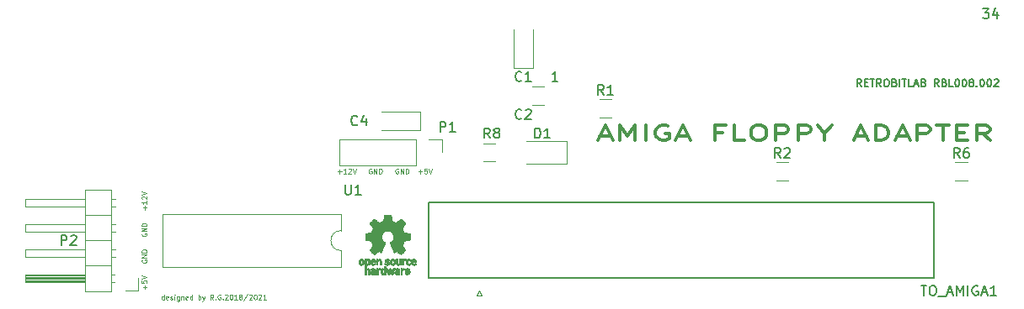
<source format=gto>
%TF.GenerationSoftware,KiCad,Pcbnew,5.0.2+dfsg1-1*%
%TF.CreationDate,2021-01-23T15:55:11+01:00*%
%TF.ProjectId,AmigaPCDriveAdapter,416d6967-6150-4434-9472-697665416461,2.0*%
%TF.SameCoordinates,Original*%
%TF.FileFunction,Legend,Top*%
%TF.FilePolarity,Positive*%
%FSLAX46Y46*%
G04 Gerber Fmt 4.6, Leading zero omitted, Abs format (unit mm)*
G04 Created by KiCad (PCBNEW 5.0.2+dfsg1-1) date Sat 23 Jan 2021 03:55:11 PM CET*
%MOMM*%
%LPD*%
G01*
G04 APERTURE LIST*
%ADD10C,0.100000*%
%ADD11C,0.200000*%
%ADD12C,0.300000*%
%ADD13C,0.150000*%
%ADD14C,0.120000*%
%ADD15C,0.010000*%
G04 APERTURE END LIST*
D10*
X158504523Y-111160714D02*
X158885476Y-111160714D01*
X158695000Y-111351190D02*
X158695000Y-110970238D01*
X159385476Y-111351190D02*
X159099761Y-111351190D01*
X159242619Y-111351190D02*
X159242619Y-110851190D01*
X159195000Y-110922619D01*
X159147380Y-110970238D01*
X159099761Y-110994047D01*
X159575952Y-110898809D02*
X159599761Y-110875000D01*
X159647380Y-110851190D01*
X159766428Y-110851190D01*
X159814047Y-110875000D01*
X159837857Y-110898809D01*
X159861666Y-110946428D01*
X159861666Y-110994047D01*
X159837857Y-111065476D01*
X159552142Y-111351190D01*
X159861666Y-111351190D01*
X160004523Y-110851190D02*
X160171190Y-111351190D01*
X160337857Y-110851190D01*
X161909285Y-110875000D02*
X161861666Y-110851190D01*
X161790238Y-110851190D01*
X161718809Y-110875000D01*
X161671190Y-110922619D01*
X161647380Y-110970238D01*
X161623571Y-111065476D01*
X161623571Y-111136904D01*
X161647380Y-111232142D01*
X161671190Y-111279761D01*
X161718809Y-111327380D01*
X161790238Y-111351190D01*
X161837857Y-111351190D01*
X161909285Y-111327380D01*
X161933095Y-111303571D01*
X161933095Y-111136904D01*
X161837857Y-111136904D01*
X162147380Y-111351190D02*
X162147380Y-110851190D01*
X162433095Y-111351190D01*
X162433095Y-110851190D01*
X162671190Y-111351190D02*
X162671190Y-110851190D01*
X162790238Y-110851190D01*
X162861666Y-110875000D01*
X162909285Y-110922619D01*
X162933095Y-110970238D01*
X162956904Y-111065476D01*
X162956904Y-111136904D01*
X162933095Y-111232142D01*
X162909285Y-111279761D01*
X162861666Y-111327380D01*
X162790238Y-111351190D01*
X162671190Y-111351190D01*
X164575952Y-110875000D02*
X164528333Y-110851190D01*
X164456904Y-110851190D01*
X164385476Y-110875000D01*
X164337857Y-110922619D01*
X164314047Y-110970238D01*
X164290238Y-111065476D01*
X164290238Y-111136904D01*
X164314047Y-111232142D01*
X164337857Y-111279761D01*
X164385476Y-111327380D01*
X164456904Y-111351190D01*
X164504523Y-111351190D01*
X164575952Y-111327380D01*
X164599761Y-111303571D01*
X164599761Y-111136904D01*
X164504523Y-111136904D01*
X164814047Y-111351190D02*
X164814047Y-110851190D01*
X165099761Y-111351190D01*
X165099761Y-110851190D01*
X165337857Y-111351190D02*
X165337857Y-110851190D01*
X165456904Y-110851190D01*
X165528333Y-110875000D01*
X165575952Y-110922619D01*
X165599761Y-110970238D01*
X165623571Y-111065476D01*
X165623571Y-111136904D01*
X165599761Y-111232142D01*
X165575952Y-111279761D01*
X165528333Y-111327380D01*
X165456904Y-111351190D01*
X165337857Y-111351190D01*
X166599761Y-111160714D02*
X166980714Y-111160714D01*
X166790238Y-111351190D02*
X166790238Y-110970238D01*
X167456904Y-110851190D02*
X167218809Y-110851190D01*
X167195000Y-111089285D01*
X167218809Y-111065476D01*
X167266428Y-111041666D01*
X167385476Y-111041666D01*
X167433095Y-111065476D01*
X167456904Y-111089285D01*
X167480714Y-111136904D01*
X167480714Y-111255952D01*
X167456904Y-111303571D01*
X167433095Y-111327380D01*
X167385476Y-111351190D01*
X167266428Y-111351190D01*
X167218809Y-111327380D01*
X167195000Y-111303571D01*
X167623571Y-110851190D02*
X167790238Y-111351190D01*
X167956904Y-110851190D01*
X139100714Y-122990952D02*
X139100714Y-122610000D01*
X139291190Y-122800476D02*
X138910238Y-122800476D01*
X138791190Y-122133809D02*
X138791190Y-122371904D01*
X139029285Y-122395714D01*
X139005476Y-122371904D01*
X138981666Y-122324285D01*
X138981666Y-122205238D01*
X139005476Y-122157619D01*
X139029285Y-122133809D01*
X139076904Y-122110000D01*
X139195952Y-122110000D01*
X139243571Y-122133809D01*
X139267380Y-122157619D01*
X139291190Y-122205238D01*
X139291190Y-122324285D01*
X139267380Y-122371904D01*
X139243571Y-122395714D01*
X138791190Y-121967142D02*
X139291190Y-121800476D01*
X138791190Y-121633809D01*
X138815000Y-120062380D02*
X138791190Y-120110000D01*
X138791190Y-120181428D01*
X138815000Y-120252857D01*
X138862619Y-120300476D01*
X138910238Y-120324285D01*
X139005476Y-120348095D01*
X139076904Y-120348095D01*
X139172142Y-120324285D01*
X139219761Y-120300476D01*
X139267380Y-120252857D01*
X139291190Y-120181428D01*
X139291190Y-120133809D01*
X139267380Y-120062380D01*
X139243571Y-120038571D01*
X139076904Y-120038571D01*
X139076904Y-120133809D01*
X139291190Y-119824285D02*
X138791190Y-119824285D01*
X139291190Y-119538571D01*
X138791190Y-119538571D01*
X139291190Y-119300476D02*
X138791190Y-119300476D01*
X138791190Y-119181428D01*
X138815000Y-119110000D01*
X138862619Y-119062380D01*
X138910238Y-119038571D01*
X139005476Y-119014761D01*
X139076904Y-119014761D01*
X139172142Y-119038571D01*
X139219761Y-119062380D01*
X139267380Y-119110000D01*
X139291190Y-119181428D01*
X139291190Y-119300476D01*
X138815000Y-117395714D02*
X138791190Y-117443333D01*
X138791190Y-117514761D01*
X138815000Y-117586190D01*
X138862619Y-117633809D01*
X138910238Y-117657619D01*
X139005476Y-117681428D01*
X139076904Y-117681428D01*
X139172142Y-117657619D01*
X139219761Y-117633809D01*
X139267380Y-117586190D01*
X139291190Y-117514761D01*
X139291190Y-117467142D01*
X139267380Y-117395714D01*
X139243571Y-117371904D01*
X139076904Y-117371904D01*
X139076904Y-117467142D01*
X139291190Y-117157619D02*
X138791190Y-117157619D01*
X139291190Y-116871904D01*
X138791190Y-116871904D01*
X139291190Y-116633809D02*
X138791190Y-116633809D01*
X138791190Y-116514761D01*
X138815000Y-116443333D01*
X138862619Y-116395714D01*
X138910238Y-116371904D01*
X139005476Y-116348095D01*
X139076904Y-116348095D01*
X139172142Y-116371904D01*
X139219761Y-116395714D01*
X139267380Y-116443333D01*
X139291190Y-116514761D01*
X139291190Y-116633809D01*
X139100714Y-114990952D02*
X139100714Y-114610000D01*
X139291190Y-114800476D02*
X138910238Y-114800476D01*
X139291190Y-114110000D02*
X139291190Y-114395714D01*
X139291190Y-114252857D02*
X138791190Y-114252857D01*
X138862619Y-114300476D01*
X138910238Y-114348095D01*
X138934047Y-114395714D01*
X138838809Y-113919523D02*
X138815000Y-113895714D01*
X138791190Y-113848095D01*
X138791190Y-113729047D01*
X138815000Y-113681428D01*
X138838809Y-113657619D01*
X138886428Y-113633809D01*
X138934047Y-113633809D01*
X139005476Y-113657619D01*
X139291190Y-113943333D01*
X139291190Y-113633809D01*
X138791190Y-113490952D02*
X139291190Y-113324285D01*
X138791190Y-113157619D01*
X141026190Y-124051190D02*
X141026190Y-123551190D01*
X141026190Y-124027380D02*
X140978571Y-124051190D01*
X140883333Y-124051190D01*
X140835714Y-124027380D01*
X140811904Y-124003571D01*
X140788095Y-123955952D01*
X140788095Y-123813095D01*
X140811904Y-123765476D01*
X140835714Y-123741666D01*
X140883333Y-123717857D01*
X140978571Y-123717857D01*
X141026190Y-123741666D01*
X141454761Y-124027380D02*
X141407142Y-124051190D01*
X141311904Y-124051190D01*
X141264285Y-124027380D01*
X141240476Y-123979761D01*
X141240476Y-123789285D01*
X141264285Y-123741666D01*
X141311904Y-123717857D01*
X141407142Y-123717857D01*
X141454761Y-123741666D01*
X141478571Y-123789285D01*
X141478571Y-123836904D01*
X141240476Y-123884523D01*
X141669047Y-124027380D02*
X141716666Y-124051190D01*
X141811904Y-124051190D01*
X141859523Y-124027380D01*
X141883333Y-123979761D01*
X141883333Y-123955952D01*
X141859523Y-123908333D01*
X141811904Y-123884523D01*
X141740476Y-123884523D01*
X141692857Y-123860714D01*
X141669047Y-123813095D01*
X141669047Y-123789285D01*
X141692857Y-123741666D01*
X141740476Y-123717857D01*
X141811904Y-123717857D01*
X141859523Y-123741666D01*
X142097619Y-124051190D02*
X142097619Y-123717857D01*
X142097619Y-123551190D02*
X142073809Y-123575000D01*
X142097619Y-123598809D01*
X142121428Y-123575000D01*
X142097619Y-123551190D01*
X142097619Y-123598809D01*
X142550000Y-123717857D02*
X142550000Y-124122619D01*
X142526190Y-124170238D01*
X142502380Y-124194047D01*
X142454761Y-124217857D01*
X142383333Y-124217857D01*
X142335714Y-124194047D01*
X142550000Y-124027380D02*
X142502380Y-124051190D01*
X142407142Y-124051190D01*
X142359523Y-124027380D01*
X142335714Y-124003571D01*
X142311904Y-123955952D01*
X142311904Y-123813095D01*
X142335714Y-123765476D01*
X142359523Y-123741666D01*
X142407142Y-123717857D01*
X142502380Y-123717857D01*
X142550000Y-123741666D01*
X142788095Y-123717857D02*
X142788095Y-124051190D01*
X142788095Y-123765476D02*
X142811904Y-123741666D01*
X142859523Y-123717857D01*
X142930952Y-123717857D01*
X142978571Y-123741666D01*
X143002380Y-123789285D01*
X143002380Y-124051190D01*
X143430952Y-124027380D02*
X143383333Y-124051190D01*
X143288095Y-124051190D01*
X143240476Y-124027380D01*
X143216666Y-123979761D01*
X143216666Y-123789285D01*
X143240476Y-123741666D01*
X143288095Y-123717857D01*
X143383333Y-123717857D01*
X143430952Y-123741666D01*
X143454761Y-123789285D01*
X143454761Y-123836904D01*
X143216666Y-123884523D01*
X143883333Y-124051190D02*
X143883333Y-123551190D01*
X143883333Y-124027380D02*
X143835714Y-124051190D01*
X143740476Y-124051190D01*
X143692857Y-124027380D01*
X143669047Y-124003571D01*
X143645238Y-123955952D01*
X143645238Y-123813095D01*
X143669047Y-123765476D01*
X143692857Y-123741666D01*
X143740476Y-123717857D01*
X143835714Y-123717857D01*
X143883333Y-123741666D01*
X144502380Y-124051190D02*
X144502380Y-123551190D01*
X144502380Y-123741666D02*
X144550000Y-123717857D01*
X144645238Y-123717857D01*
X144692857Y-123741666D01*
X144716666Y-123765476D01*
X144740476Y-123813095D01*
X144740476Y-123955952D01*
X144716666Y-124003571D01*
X144692857Y-124027380D01*
X144645238Y-124051190D01*
X144550000Y-124051190D01*
X144502380Y-124027380D01*
X144907142Y-123717857D02*
X145026190Y-124051190D01*
X145145238Y-123717857D02*
X145026190Y-124051190D01*
X144978571Y-124170238D01*
X144954761Y-124194047D01*
X144907142Y-124217857D01*
X146002380Y-124051190D02*
X145835714Y-123813095D01*
X145716666Y-124051190D02*
X145716666Y-123551190D01*
X145907142Y-123551190D01*
X145954761Y-123575000D01*
X145978571Y-123598809D01*
X146002380Y-123646428D01*
X146002380Y-123717857D01*
X145978571Y-123765476D01*
X145954761Y-123789285D01*
X145907142Y-123813095D01*
X145716666Y-123813095D01*
X146216666Y-124003571D02*
X146240476Y-124027380D01*
X146216666Y-124051190D01*
X146192857Y-124027380D01*
X146216666Y-124003571D01*
X146216666Y-124051190D01*
X146716666Y-123575000D02*
X146669047Y-123551190D01*
X146597619Y-123551190D01*
X146526190Y-123575000D01*
X146478571Y-123622619D01*
X146454761Y-123670238D01*
X146430952Y-123765476D01*
X146430952Y-123836904D01*
X146454761Y-123932142D01*
X146478571Y-123979761D01*
X146526190Y-124027380D01*
X146597619Y-124051190D01*
X146645238Y-124051190D01*
X146716666Y-124027380D01*
X146740476Y-124003571D01*
X146740476Y-123836904D01*
X146645238Y-123836904D01*
X146954761Y-124003571D02*
X146978571Y-124027380D01*
X146954761Y-124051190D01*
X146930952Y-124027380D01*
X146954761Y-124003571D01*
X146954761Y-124051190D01*
X147169047Y-123598809D02*
X147192857Y-123575000D01*
X147240476Y-123551190D01*
X147359523Y-123551190D01*
X147407142Y-123575000D01*
X147430952Y-123598809D01*
X147454761Y-123646428D01*
X147454761Y-123694047D01*
X147430952Y-123765476D01*
X147145238Y-124051190D01*
X147454761Y-124051190D01*
X147764285Y-123551190D02*
X147811904Y-123551190D01*
X147859523Y-123575000D01*
X147883333Y-123598809D01*
X147907142Y-123646428D01*
X147930952Y-123741666D01*
X147930952Y-123860714D01*
X147907142Y-123955952D01*
X147883333Y-124003571D01*
X147859523Y-124027380D01*
X147811904Y-124051190D01*
X147764285Y-124051190D01*
X147716666Y-124027380D01*
X147692857Y-124003571D01*
X147669047Y-123955952D01*
X147645238Y-123860714D01*
X147645238Y-123741666D01*
X147669047Y-123646428D01*
X147692857Y-123598809D01*
X147716666Y-123575000D01*
X147764285Y-123551190D01*
X148407142Y-124051190D02*
X148121428Y-124051190D01*
X148264285Y-124051190D02*
X148264285Y-123551190D01*
X148216666Y-123622619D01*
X148169047Y-123670238D01*
X148121428Y-123694047D01*
X148692857Y-123765476D02*
X148645238Y-123741666D01*
X148621428Y-123717857D01*
X148597619Y-123670238D01*
X148597619Y-123646428D01*
X148621428Y-123598809D01*
X148645238Y-123575000D01*
X148692857Y-123551190D01*
X148788095Y-123551190D01*
X148835714Y-123575000D01*
X148859523Y-123598809D01*
X148883333Y-123646428D01*
X148883333Y-123670238D01*
X148859523Y-123717857D01*
X148835714Y-123741666D01*
X148788095Y-123765476D01*
X148692857Y-123765476D01*
X148645238Y-123789285D01*
X148621428Y-123813095D01*
X148597619Y-123860714D01*
X148597619Y-123955952D01*
X148621428Y-124003571D01*
X148645238Y-124027380D01*
X148692857Y-124051190D01*
X148788095Y-124051190D01*
X148835714Y-124027380D01*
X148859523Y-124003571D01*
X148883333Y-123955952D01*
X148883333Y-123860714D01*
X148859523Y-123813095D01*
X148835714Y-123789285D01*
X148788095Y-123765476D01*
X149454761Y-123527380D02*
X149026190Y-124170238D01*
X149597619Y-123598809D02*
X149621428Y-123575000D01*
X149669047Y-123551190D01*
X149788095Y-123551190D01*
X149835714Y-123575000D01*
X149859523Y-123598809D01*
X149883333Y-123646428D01*
X149883333Y-123694047D01*
X149859523Y-123765476D01*
X149573809Y-124051190D01*
X149883333Y-124051190D01*
X150192857Y-123551190D02*
X150240476Y-123551190D01*
X150288095Y-123575000D01*
X150311904Y-123598809D01*
X150335714Y-123646428D01*
X150359523Y-123741666D01*
X150359523Y-123860714D01*
X150335714Y-123955952D01*
X150311904Y-124003571D01*
X150288095Y-124027380D01*
X150240476Y-124051190D01*
X150192857Y-124051190D01*
X150145238Y-124027380D01*
X150121428Y-124003571D01*
X150097619Y-123955952D01*
X150073809Y-123860714D01*
X150073809Y-123741666D01*
X150097619Y-123646428D01*
X150121428Y-123598809D01*
X150145238Y-123575000D01*
X150192857Y-123551190D01*
X150550000Y-123598809D02*
X150573809Y-123575000D01*
X150621428Y-123551190D01*
X150740476Y-123551190D01*
X150788095Y-123575000D01*
X150811904Y-123598809D01*
X150835714Y-123646428D01*
X150835714Y-123694047D01*
X150811904Y-123765476D01*
X150526190Y-124051190D01*
X150835714Y-124051190D01*
X151311904Y-124051190D02*
X151026190Y-124051190D01*
X151169047Y-124051190D02*
X151169047Y-123551190D01*
X151121428Y-123622619D01*
X151073809Y-123670238D01*
X151026190Y-123694047D01*
D11*
X223345476Y-94702380D02*
X223964523Y-94702380D01*
X223631190Y-95083333D01*
X223774047Y-95083333D01*
X223869285Y-95130952D01*
X223916904Y-95178571D01*
X223964523Y-95273809D01*
X223964523Y-95511904D01*
X223916904Y-95607142D01*
X223869285Y-95654761D01*
X223774047Y-95702380D01*
X223488333Y-95702380D01*
X223393095Y-95654761D01*
X223345476Y-95607142D01*
X224821666Y-95035714D02*
X224821666Y-95702380D01*
X224583571Y-94654761D02*
X224345476Y-95369047D01*
X224964523Y-95369047D01*
X180625714Y-102052380D02*
X180054285Y-102052380D01*
X180340000Y-102052380D02*
X180340000Y-101052380D01*
X180244761Y-101195238D01*
X180149523Y-101290476D01*
X180054285Y-101338095D01*
D12*
X184862857Y-107565000D02*
X185934285Y-107565000D01*
X184648571Y-107993571D02*
X185398571Y-106493571D01*
X186148571Y-107993571D01*
X186898571Y-107993571D02*
X186898571Y-106493571D01*
X187648571Y-107565000D01*
X188398571Y-106493571D01*
X188398571Y-107993571D01*
X189470000Y-107993571D02*
X189470000Y-106493571D01*
X191720000Y-106565000D02*
X191505714Y-106493571D01*
X191184285Y-106493571D01*
X190862857Y-106565000D01*
X190648571Y-106707857D01*
X190541428Y-106850714D01*
X190434285Y-107136428D01*
X190434285Y-107350714D01*
X190541428Y-107636428D01*
X190648571Y-107779285D01*
X190862857Y-107922142D01*
X191184285Y-107993571D01*
X191398571Y-107993571D01*
X191720000Y-107922142D01*
X191827142Y-107850714D01*
X191827142Y-107350714D01*
X191398571Y-107350714D01*
X192684285Y-107565000D02*
X193755714Y-107565000D01*
X192470000Y-107993571D02*
X193220000Y-106493571D01*
X193970000Y-107993571D01*
X197184285Y-107207857D02*
X196434285Y-107207857D01*
X196434285Y-107993571D02*
X196434285Y-106493571D01*
X197505714Y-106493571D01*
X199434285Y-107993571D02*
X198362857Y-107993571D01*
X198362857Y-106493571D01*
X200612857Y-106493571D02*
X201041428Y-106493571D01*
X201255714Y-106565000D01*
X201470000Y-106707857D01*
X201577142Y-106993571D01*
X201577142Y-107493571D01*
X201470000Y-107779285D01*
X201255714Y-107922142D01*
X201041428Y-107993571D01*
X200612857Y-107993571D01*
X200398571Y-107922142D01*
X200184285Y-107779285D01*
X200077142Y-107493571D01*
X200077142Y-106993571D01*
X200184285Y-106707857D01*
X200398571Y-106565000D01*
X200612857Y-106493571D01*
X202541428Y-107993571D02*
X202541428Y-106493571D01*
X203398571Y-106493571D01*
X203612857Y-106565000D01*
X203720000Y-106636428D01*
X203827142Y-106779285D01*
X203827142Y-106993571D01*
X203720000Y-107136428D01*
X203612857Y-107207857D01*
X203398571Y-107279285D01*
X202541428Y-107279285D01*
X204791428Y-107993571D02*
X204791428Y-106493571D01*
X205648571Y-106493571D01*
X205862857Y-106565000D01*
X205970000Y-106636428D01*
X206077142Y-106779285D01*
X206077142Y-106993571D01*
X205970000Y-107136428D01*
X205862857Y-107207857D01*
X205648571Y-107279285D01*
X204791428Y-107279285D01*
X207470000Y-107279285D02*
X207470000Y-107993571D01*
X206720000Y-106493571D02*
X207470000Y-107279285D01*
X208220000Y-106493571D01*
X210577142Y-107565000D02*
X211648571Y-107565000D01*
X210362857Y-107993571D02*
X211112857Y-106493571D01*
X211862857Y-107993571D01*
X212612857Y-107993571D02*
X212612857Y-106493571D01*
X213148571Y-106493571D01*
X213470000Y-106565000D01*
X213684285Y-106707857D01*
X213791428Y-106850714D01*
X213898571Y-107136428D01*
X213898571Y-107350714D01*
X213791428Y-107636428D01*
X213684285Y-107779285D01*
X213470000Y-107922142D01*
X213148571Y-107993571D01*
X212612857Y-107993571D01*
X214755714Y-107565000D02*
X215827142Y-107565000D01*
X214541428Y-107993571D02*
X215291428Y-106493571D01*
X216041428Y-107993571D01*
X216791428Y-107993571D02*
X216791428Y-106493571D01*
X217648571Y-106493571D01*
X217862857Y-106565000D01*
X217970000Y-106636428D01*
X218077142Y-106779285D01*
X218077142Y-106993571D01*
X217970000Y-107136428D01*
X217862857Y-107207857D01*
X217648571Y-107279285D01*
X216791428Y-107279285D01*
X218720000Y-106493571D02*
X220005714Y-106493571D01*
X219362857Y-107993571D02*
X219362857Y-106493571D01*
X220755714Y-107207857D02*
X221505714Y-107207857D01*
X221827142Y-107993571D02*
X220755714Y-107993571D01*
X220755714Y-106493571D01*
X221827142Y-106493571D01*
X224077142Y-107993571D02*
X223327142Y-107279285D01*
X222791428Y-107993571D02*
X222791428Y-106493571D01*
X223648571Y-106493571D01*
X223862857Y-106565000D01*
X223970000Y-106636428D01*
X224077142Y-106779285D01*
X224077142Y-106993571D01*
X223970000Y-107136428D01*
X223862857Y-107207857D01*
X223648571Y-107279285D01*
X222791428Y-107279285D01*
D13*
X211144285Y-102574285D02*
X210894285Y-102217142D01*
X210715714Y-102574285D02*
X210715714Y-101824285D01*
X211001428Y-101824285D01*
X211072857Y-101860000D01*
X211108571Y-101895714D01*
X211144285Y-101967142D01*
X211144285Y-102074285D01*
X211108571Y-102145714D01*
X211072857Y-102181428D01*
X211001428Y-102217142D01*
X210715714Y-102217142D01*
X211465714Y-102181428D02*
X211715714Y-102181428D01*
X211822857Y-102574285D02*
X211465714Y-102574285D01*
X211465714Y-101824285D01*
X211822857Y-101824285D01*
X212037142Y-101824285D02*
X212465714Y-101824285D01*
X212251428Y-102574285D02*
X212251428Y-101824285D01*
X213144285Y-102574285D02*
X212894285Y-102217142D01*
X212715714Y-102574285D02*
X212715714Y-101824285D01*
X213001428Y-101824285D01*
X213072857Y-101860000D01*
X213108571Y-101895714D01*
X213144285Y-101967142D01*
X213144285Y-102074285D01*
X213108571Y-102145714D01*
X213072857Y-102181428D01*
X213001428Y-102217142D01*
X212715714Y-102217142D01*
X213608571Y-101824285D02*
X213751428Y-101824285D01*
X213822857Y-101860000D01*
X213894285Y-101931428D01*
X213930000Y-102074285D01*
X213930000Y-102324285D01*
X213894285Y-102467142D01*
X213822857Y-102538571D01*
X213751428Y-102574285D01*
X213608571Y-102574285D01*
X213537142Y-102538571D01*
X213465714Y-102467142D01*
X213430000Y-102324285D01*
X213430000Y-102074285D01*
X213465714Y-101931428D01*
X213537142Y-101860000D01*
X213608571Y-101824285D01*
X214501428Y-102181428D02*
X214608571Y-102217142D01*
X214644285Y-102252857D01*
X214680000Y-102324285D01*
X214680000Y-102431428D01*
X214644285Y-102502857D01*
X214608571Y-102538571D01*
X214537142Y-102574285D01*
X214251428Y-102574285D01*
X214251428Y-101824285D01*
X214501428Y-101824285D01*
X214572857Y-101860000D01*
X214608571Y-101895714D01*
X214644285Y-101967142D01*
X214644285Y-102038571D01*
X214608571Y-102110000D01*
X214572857Y-102145714D01*
X214501428Y-102181428D01*
X214251428Y-102181428D01*
X215001428Y-102574285D02*
X215001428Y-101824285D01*
X215251428Y-101824285D02*
X215680000Y-101824285D01*
X215465714Y-102574285D02*
X215465714Y-101824285D01*
X216287142Y-102574285D02*
X215930000Y-102574285D01*
X215930000Y-101824285D01*
X216501428Y-102360000D02*
X216858571Y-102360000D01*
X216430000Y-102574285D02*
X216680000Y-101824285D01*
X216930000Y-102574285D01*
X217430000Y-102181428D02*
X217537142Y-102217142D01*
X217572857Y-102252857D01*
X217608571Y-102324285D01*
X217608571Y-102431428D01*
X217572857Y-102502857D01*
X217537142Y-102538571D01*
X217465714Y-102574285D01*
X217180000Y-102574285D01*
X217180000Y-101824285D01*
X217430000Y-101824285D01*
X217501428Y-101860000D01*
X217537142Y-101895714D01*
X217572857Y-101967142D01*
X217572857Y-102038571D01*
X217537142Y-102110000D01*
X217501428Y-102145714D01*
X217430000Y-102181428D01*
X217180000Y-102181428D01*
X218930000Y-102574285D02*
X218680000Y-102217142D01*
X218501428Y-102574285D02*
X218501428Y-101824285D01*
X218787142Y-101824285D01*
X218858571Y-101860000D01*
X218894285Y-101895714D01*
X218930000Y-101967142D01*
X218930000Y-102074285D01*
X218894285Y-102145714D01*
X218858571Y-102181428D01*
X218787142Y-102217142D01*
X218501428Y-102217142D01*
X219501428Y-102181428D02*
X219608571Y-102217142D01*
X219644285Y-102252857D01*
X219680000Y-102324285D01*
X219680000Y-102431428D01*
X219644285Y-102502857D01*
X219608571Y-102538571D01*
X219537142Y-102574285D01*
X219251428Y-102574285D01*
X219251428Y-101824285D01*
X219501428Y-101824285D01*
X219572857Y-101860000D01*
X219608571Y-101895714D01*
X219644285Y-101967142D01*
X219644285Y-102038571D01*
X219608571Y-102110000D01*
X219572857Y-102145714D01*
X219501428Y-102181428D01*
X219251428Y-102181428D01*
X220358571Y-102574285D02*
X220001428Y-102574285D01*
X220001428Y-101824285D01*
X220751428Y-101824285D02*
X220822857Y-101824285D01*
X220894285Y-101860000D01*
X220930000Y-101895714D01*
X220965714Y-101967142D01*
X221001428Y-102110000D01*
X221001428Y-102288571D01*
X220965714Y-102431428D01*
X220930000Y-102502857D01*
X220894285Y-102538571D01*
X220822857Y-102574285D01*
X220751428Y-102574285D01*
X220680000Y-102538571D01*
X220644285Y-102502857D01*
X220608571Y-102431428D01*
X220572857Y-102288571D01*
X220572857Y-102110000D01*
X220608571Y-101967142D01*
X220644285Y-101895714D01*
X220680000Y-101860000D01*
X220751428Y-101824285D01*
X221465714Y-101824285D02*
X221537142Y-101824285D01*
X221608571Y-101860000D01*
X221644285Y-101895714D01*
X221680000Y-101967142D01*
X221715714Y-102110000D01*
X221715714Y-102288571D01*
X221680000Y-102431428D01*
X221644285Y-102502857D01*
X221608571Y-102538571D01*
X221537142Y-102574285D01*
X221465714Y-102574285D01*
X221394285Y-102538571D01*
X221358571Y-102502857D01*
X221322857Y-102431428D01*
X221287142Y-102288571D01*
X221287142Y-102110000D01*
X221322857Y-101967142D01*
X221358571Y-101895714D01*
X221394285Y-101860000D01*
X221465714Y-101824285D01*
X222144285Y-102145714D02*
X222072857Y-102110000D01*
X222037142Y-102074285D01*
X222001428Y-102002857D01*
X222001428Y-101967142D01*
X222037142Y-101895714D01*
X222072857Y-101860000D01*
X222144285Y-101824285D01*
X222287142Y-101824285D01*
X222358571Y-101860000D01*
X222394285Y-101895714D01*
X222430000Y-101967142D01*
X222430000Y-102002857D01*
X222394285Y-102074285D01*
X222358571Y-102110000D01*
X222287142Y-102145714D01*
X222144285Y-102145714D01*
X222072857Y-102181428D01*
X222037142Y-102217142D01*
X222001428Y-102288571D01*
X222001428Y-102431428D01*
X222037142Y-102502857D01*
X222072857Y-102538571D01*
X222144285Y-102574285D01*
X222287142Y-102574285D01*
X222358571Y-102538571D01*
X222394285Y-102502857D01*
X222430000Y-102431428D01*
X222430000Y-102288571D01*
X222394285Y-102217142D01*
X222358571Y-102181428D01*
X222287142Y-102145714D01*
X222751428Y-102502857D02*
X222787142Y-102538571D01*
X222751428Y-102574285D01*
X222715714Y-102538571D01*
X222751428Y-102502857D01*
X222751428Y-102574285D01*
X223251428Y-101824285D02*
X223322857Y-101824285D01*
X223394285Y-101860000D01*
X223430000Y-101895714D01*
X223465714Y-101967142D01*
X223501428Y-102110000D01*
X223501428Y-102288571D01*
X223465714Y-102431428D01*
X223430000Y-102502857D01*
X223394285Y-102538571D01*
X223322857Y-102574285D01*
X223251428Y-102574285D01*
X223180000Y-102538571D01*
X223144285Y-102502857D01*
X223108571Y-102431428D01*
X223072857Y-102288571D01*
X223072857Y-102110000D01*
X223108571Y-101967142D01*
X223144285Y-101895714D01*
X223180000Y-101860000D01*
X223251428Y-101824285D01*
X223965714Y-101824285D02*
X224037142Y-101824285D01*
X224108571Y-101860000D01*
X224144285Y-101895714D01*
X224180000Y-101967142D01*
X224215714Y-102110000D01*
X224215714Y-102288571D01*
X224180000Y-102431428D01*
X224144285Y-102502857D01*
X224108571Y-102538571D01*
X224037142Y-102574285D01*
X223965714Y-102574285D01*
X223894285Y-102538571D01*
X223858571Y-102502857D01*
X223822857Y-102431428D01*
X223787142Y-102288571D01*
X223787142Y-102110000D01*
X223822857Y-101967142D01*
X223858571Y-101895714D01*
X223894285Y-101860000D01*
X223965714Y-101824285D01*
X224501428Y-101895714D02*
X224537142Y-101860000D01*
X224608571Y-101824285D01*
X224787142Y-101824285D01*
X224858571Y-101860000D01*
X224894285Y-101895714D01*
X224930000Y-101967142D01*
X224930000Y-102038571D01*
X224894285Y-102145714D01*
X224465714Y-102574285D01*
X224930000Y-102574285D01*
D14*
X158810000Y-119110000D02*
G75*
G02X158810000Y-117110000I0J1000000D01*
G01*
X158810000Y-117110000D02*
X158810000Y-115460000D01*
X158810000Y-115460000D02*
X140910000Y-115460000D01*
X140910000Y-115460000D02*
X140910000Y-120760000D01*
X140910000Y-120760000D02*
X158810000Y-120760000D01*
X158810000Y-120760000D02*
X158810000Y-119110000D01*
X178100000Y-100735000D02*
X178100000Y-96825000D01*
X176230000Y-100735000D02*
X178100000Y-100735000D01*
X176230000Y-96825000D02*
X176230000Y-100735000D01*
X178049936Y-104415000D02*
X179254064Y-104415000D01*
X178049936Y-102595000D02*
X179254064Y-102595000D01*
X166775000Y-105110000D02*
X162865000Y-105110000D01*
X166775000Y-106980000D02*
X166775000Y-105110000D01*
X162865000Y-106980000D02*
X166775000Y-106980000D01*
X181530000Y-108085000D02*
X177470000Y-108085000D01*
X181530000Y-110355000D02*
X181530000Y-108085000D01*
X177470000Y-110355000D02*
X181530000Y-110355000D01*
X168970000Y-107890000D02*
X168970000Y-109220000D01*
X167640000Y-107890000D02*
X168970000Y-107890000D01*
X166370000Y-107890000D02*
X166370000Y-110550000D01*
X166370000Y-110550000D02*
X158690000Y-110550000D01*
X166370000Y-107890000D02*
X158690000Y-107890000D01*
X158690000Y-107890000D02*
X158690000Y-110550000D01*
X138430000Y-123190000D02*
X137160000Y-123190000D01*
X138430000Y-121920000D02*
X138430000Y-123190000D01*
X136117071Y-113920000D02*
X135720000Y-113920000D01*
X136117071Y-114680000D02*
X135720000Y-114680000D01*
X127060000Y-113920000D02*
X133060000Y-113920000D01*
X127060000Y-114680000D02*
X127060000Y-113920000D01*
X133060000Y-114680000D02*
X127060000Y-114680000D01*
X135720000Y-115570000D02*
X133060000Y-115570000D01*
X136117071Y-116460000D02*
X135720000Y-116460000D01*
X136117071Y-117220000D02*
X135720000Y-117220000D01*
X127060000Y-116460000D02*
X133060000Y-116460000D01*
X127060000Y-117220000D02*
X127060000Y-116460000D01*
X133060000Y-117220000D02*
X127060000Y-117220000D01*
X135720000Y-118110000D02*
X133060000Y-118110000D01*
X136117071Y-119000000D02*
X135720000Y-119000000D01*
X136117071Y-119760000D02*
X135720000Y-119760000D01*
X127060000Y-119000000D02*
X133060000Y-119000000D01*
X127060000Y-119760000D02*
X127060000Y-119000000D01*
X133060000Y-119760000D02*
X127060000Y-119760000D01*
X135720000Y-120650000D02*
X133060000Y-120650000D01*
X136050000Y-121540000D02*
X135720000Y-121540000D01*
X136050000Y-122300000D02*
X135720000Y-122300000D01*
X133060000Y-121640000D02*
X127060000Y-121640000D01*
X133060000Y-121760000D02*
X127060000Y-121760000D01*
X133060000Y-121880000D02*
X127060000Y-121880000D01*
X133060000Y-122000000D02*
X127060000Y-122000000D01*
X133060000Y-122120000D02*
X127060000Y-122120000D01*
X133060000Y-122240000D02*
X127060000Y-122240000D01*
X127060000Y-121540000D02*
X133060000Y-121540000D01*
X127060000Y-122300000D02*
X127060000Y-121540000D01*
X133060000Y-122300000D02*
X127060000Y-122300000D01*
X133060000Y-123250000D02*
X135720000Y-123250000D01*
X133060000Y-112970000D02*
X133060000Y-123250000D01*
X135720000Y-112970000D02*
X133060000Y-112970000D01*
X135720000Y-123250000D02*
X135720000Y-112970000D01*
X184817936Y-105685000D02*
X186022064Y-105685000D01*
X184817936Y-103865000D02*
X186022064Y-103865000D01*
X202597936Y-112035000D02*
X203802064Y-112035000D01*
X202597936Y-110215000D02*
X203802064Y-110215000D01*
X220595936Y-112035000D02*
X221800064Y-112035000D01*
X220595936Y-110215000D02*
X221800064Y-110215000D01*
X173169936Y-110130000D02*
X174374064Y-110130000D01*
X173169936Y-108310000D02*
X174374064Y-108310000D01*
X172720000Y-123190000D02*
X172466000Y-123698000D01*
X172466000Y-123698000D02*
X172974000Y-123698000D01*
X172974000Y-123698000D02*
X172720000Y-123190000D01*
D13*
X218440000Y-121920000D02*
X167640000Y-121920000D01*
X218440000Y-114300000D02*
X218440000Y-121920000D01*
X167640000Y-114300000D02*
X218440000Y-114300000D01*
X167640000Y-121920000D02*
X167640000Y-114300000D01*
D15*
G36*
X163876964Y-115790018D02*
X163933812Y-116091570D01*
X164353338Y-116264512D01*
X164604984Y-116093395D01*
X164675458Y-116045750D01*
X164739163Y-116003210D01*
X164793126Y-115967715D01*
X164834373Y-115941210D01*
X164859934Y-115925636D01*
X164866895Y-115922278D01*
X164879435Y-115930914D01*
X164906231Y-115954792D01*
X164944280Y-115990859D01*
X164990579Y-116036067D01*
X165042123Y-116087364D01*
X165095909Y-116141701D01*
X165148935Y-116196028D01*
X165198195Y-116247295D01*
X165240687Y-116292451D01*
X165273407Y-116328446D01*
X165293351Y-116352230D01*
X165298119Y-116360190D01*
X165291257Y-116374865D01*
X165272020Y-116407014D01*
X165242430Y-116453492D01*
X165204510Y-116511156D01*
X165160282Y-116576860D01*
X165134654Y-116614336D01*
X165087941Y-116682768D01*
X165046432Y-116744520D01*
X165012140Y-116796519D01*
X164987080Y-116835692D01*
X164973264Y-116858965D01*
X164971188Y-116863855D01*
X164975895Y-116877755D01*
X164988723Y-116910150D01*
X165007738Y-116956485D01*
X165031003Y-117012206D01*
X165056584Y-117072758D01*
X165082545Y-117133586D01*
X165106950Y-117190136D01*
X165127863Y-117237852D01*
X165143349Y-117272181D01*
X165151472Y-117288568D01*
X165151952Y-117289212D01*
X165164707Y-117292341D01*
X165198677Y-117299321D01*
X165250340Y-117309467D01*
X165316176Y-117322092D01*
X165392664Y-117336509D01*
X165437290Y-117344823D01*
X165519021Y-117360384D01*
X165592843Y-117375192D01*
X165655021Y-117388436D01*
X165701822Y-117399305D01*
X165729509Y-117406989D01*
X165735074Y-117409427D01*
X165740526Y-117425930D01*
X165744924Y-117463200D01*
X165748272Y-117516880D01*
X165750574Y-117582612D01*
X165751832Y-117656037D01*
X165752048Y-117732796D01*
X165751227Y-117808532D01*
X165749371Y-117878886D01*
X165746482Y-117939500D01*
X165742565Y-117986016D01*
X165737622Y-118014075D01*
X165734657Y-118019916D01*
X165716934Y-118026917D01*
X165679381Y-118036927D01*
X165626964Y-118048769D01*
X165564652Y-118061267D01*
X165542900Y-118065310D01*
X165438024Y-118084520D01*
X165355180Y-118099991D01*
X165291630Y-118112337D01*
X165244637Y-118122173D01*
X165211463Y-118130114D01*
X165189371Y-118136776D01*
X165175624Y-118142773D01*
X165167484Y-118148719D01*
X165166345Y-118149894D01*
X165154977Y-118168826D01*
X165137635Y-118205669D01*
X165116050Y-118255913D01*
X165091954Y-118315046D01*
X165067079Y-118378556D01*
X165043157Y-118441932D01*
X165021919Y-118500662D01*
X165005097Y-118550235D01*
X164994422Y-118586139D01*
X164991627Y-118603862D01*
X164991860Y-118604483D01*
X165001331Y-118618970D01*
X165022818Y-118650844D01*
X165054063Y-118696789D01*
X165092807Y-118753485D01*
X165136793Y-118817617D01*
X165149319Y-118835842D01*
X165193984Y-118901914D01*
X165233288Y-118962200D01*
X165265088Y-119013235D01*
X165287245Y-119051560D01*
X165297617Y-119073711D01*
X165298119Y-119076432D01*
X165289405Y-119090736D01*
X165265325Y-119119072D01*
X165228976Y-119158396D01*
X165183453Y-119205661D01*
X165131852Y-119257823D01*
X165077267Y-119311835D01*
X165022794Y-119364653D01*
X164971529Y-119413231D01*
X164926567Y-119454523D01*
X164891004Y-119485485D01*
X164867935Y-119503070D01*
X164861554Y-119505941D01*
X164846699Y-119499178D01*
X164816286Y-119480939D01*
X164775268Y-119454297D01*
X164743709Y-119432852D01*
X164686525Y-119393503D01*
X164618806Y-119347171D01*
X164550880Y-119300913D01*
X164514361Y-119276155D01*
X164390752Y-119192547D01*
X164286991Y-119248650D01*
X164239720Y-119273228D01*
X164199523Y-119292331D01*
X164172326Y-119303227D01*
X164165402Y-119304743D01*
X164157077Y-119293549D01*
X164140654Y-119261917D01*
X164117357Y-119212765D01*
X164088414Y-119149010D01*
X164055050Y-119073571D01*
X164018491Y-118989364D01*
X163979964Y-118899308D01*
X163940694Y-118806321D01*
X163901908Y-118713320D01*
X163864830Y-118623223D01*
X163830689Y-118538948D01*
X163800708Y-118463413D01*
X163776116Y-118399534D01*
X163758136Y-118350231D01*
X163747997Y-118318421D01*
X163746366Y-118307496D01*
X163759291Y-118293561D01*
X163787589Y-118270940D01*
X163825346Y-118244333D01*
X163828515Y-118242228D01*
X163926100Y-118164114D01*
X164004786Y-118072982D01*
X164063891Y-117971745D01*
X164102732Y-117863318D01*
X164120628Y-117750614D01*
X164116897Y-117636548D01*
X164090857Y-117524034D01*
X164041825Y-117415985D01*
X164027400Y-117392345D01*
X163952369Y-117296887D01*
X163863730Y-117220232D01*
X163764549Y-117162780D01*
X163657895Y-117124929D01*
X163546836Y-117107078D01*
X163434439Y-117109625D01*
X163323773Y-117132970D01*
X163217906Y-117177510D01*
X163119905Y-117243645D01*
X163089590Y-117270487D01*
X163012438Y-117354512D01*
X162956218Y-117442966D01*
X162917653Y-117542115D01*
X162896174Y-117640303D01*
X162890872Y-117750697D01*
X162908552Y-117861640D01*
X162947419Y-117969381D01*
X163005677Y-118070169D01*
X163081531Y-118160256D01*
X163173183Y-118235892D01*
X163185228Y-118243864D01*
X163223389Y-118269974D01*
X163252399Y-118292595D01*
X163266268Y-118307039D01*
X163266469Y-118307496D01*
X163263492Y-118323121D01*
X163251689Y-118358582D01*
X163232286Y-118410962D01*
X163206512Y-118477345D01*
X163175591Y-118554814D01*
X163140751Y-118640450D01*
X163103217Y-118731337D01*
X163064217Y-118824559D01*
X163024977Y-118917197D01*
X162986724Y-119006335D01*
X162950683Y-119089055D01*
X162918083Y-119162441D01*
X162890148Y-119223575D01*
X162868105Y-119269541D01*
X162853182Y-119297421D01*
X162847172Y-119304743D01*
X162828809Y-119299041D01*
X162794448Y-119283749D01*
X162750016Y-119261599D01*
X162725583Y-119248650D01*
X162621822Y-119192547D01*
X162498213Y-119276155D01*
X162435114Y-119318987D01*
X162366030Y-119366122D01*
X162301293Y-119410503D01*
X162268866Y-119432852D01*
X162223259Y-119463477D01*
X162184640Y-119487747D01*
X162158048Y-119502587D01*
X162149410Y-119505724D01*
X162136839Y-119497261D01*
X162109016Y-119473636D01*
X162068639Y-119437302D01*
X162018405Y-119390711D01*
X161961012Y-119336317D01*
X161924714Y-119301392D01*
X161861210Y-119238996D01*
X161806327Y-119183188D01*
X161762286Y-119136354D01*
X161731305Y-119100882D01*
X161715602Y-119079161D01*
X161714095Y-119074752D01*
X161721086Y-119057985D01*
X161740406Y-119024082D01*
X161769909Y-118976476D01*
X161807455Y-118918599D01*
X161850900Y-118853884D01*
X161863255Y-118835842D01*
X161908273Y-118770267D01*
X161948660Y-118711228D01*
X161982160Y-118662042D01*
X162006514Y-118626028D01*
X162019464Y-118606502D01*
X162020715Y-118604483D01*
X162018844Y-118588922D01*
X162008913Y-118554709D01*
X161992653Y-118506355D01*
X161971795Y-118448371D01*
X161948073Y-118385270D01*
X161923216Y-118321563D01*
X161898958Y-118261761D01*
X161877029Y-118210376D01*
X161859162Y-118171919D01*
X161847087Y-118150902D01*
X161846229Y-118149894D01*
X161838846Y-118143888D01*
X161826375Y-118137948D01*
X161806080Y-118131460D01*
X161775222Y-118123809D01*
X161731066Y-118114380D01*
X161670874Y-118102559D01*
X161591907Y-118087729D01*
X161491430Y-118069277D01*
X161469675Y-118065310D01*
X161405198Y-118052853D01*
X161348989Y-118040666D01*
X161306013Y-118029926D01*
X161281240Y-118021809D01*
X161277918Y-118019916D01*
X161272444Y-118003138D01*
X161267994Y-117965645D01*
X161264572Y-117911794D01*
X161262181Y-117845944D01*
X161260823Y-117772453D01*
X161260501Y-117695680D01*
X161261219Y-117619983D01*
X161262979Y-117549720D01*
X161265784Y-117489250D01*
X161269638Y-117442930D01*
X161274543Y-117415119D01*
X161277500Y-117409427D01*
X161293963Y-117403686D01*
X161331449Y-117394345D01*
X161386225Y-117382215D01*
X161454555Y-117368107D01*
X161532706Y-117352830D01*
X161575284Y-117344823D01*
X161656071Y-117329721D01*
X161728113Y-117316040D01*
X161787889Y-117304467D01*
X161831879Y-117295687D01*
X161856561Y-117290387D01*
X161860623Y-117289212D01*
X161867489Y-117275965D01*
X161882002Y-117244057D01*
X161902229Y-117198047D01*
X161926234Y-117142492D01*
X161952082Y-117081953D01*
X161977840Y-117020986D01*
X162001573Y-116964151D01*
X162021346Y-116916006D01*
X162035224Y-116881110D01*
X162041274Y-116864021D01*
X162041386Y-116863274D01*
X162034528Y-116849793D01*
X162015302Y-116818770D01*
X161985728Y-116773289D01*
X161947827Y-116716432D01*
X161903620Y-116651283D01*
X161877921Y-116613862D01*
X161831093Y-116545247D01*
X161789501Y-116482952D01*
X161755175Y-116430129D01*
X161730143Y-116389927D01*
X161716435Y-116365500D01*
X161714456Y-116360024D01*
X161722966Y-116347278D01*
X161746493Y-116320063D01*
X161782032Y-116281428D01*
X161826577Y-116234423D01*
X161877123Y-116182095D01*
X161930664Y-116127495D01*
X161984195Y-116073670D01*
X162034711Y-116023670D01*
X162079206Y-115980543D01*
X162114675Y-115947339D01*
X162138113Y-115927106D01*
X162145954Y-115922278D01*
X162158720Y-115929067D01*
X162189256Y-115948142D01*
X162234590Y-115977561D01*
X162291756Y-116015381D01*
X162357784Y-116059661D01*
X162407590Y-116093395D01*
X162659236Y-116264512D01*
X162868999Y-116178041D01*
X163078763Y-116091570D01*
X163135611Y-115790018D01*
X163192460Y-115488466D01*
X163820115Y-115488466D01*
X163876964Y-115790018D01*
X163876964Y-115790018D01*
G37*
X163876964Y-115790018D02*
X163933812Y-116091570D01*
X164353338Y-116264512D01*
X164604984Y-116093395D01*
X164675458Y-116045750D01*
X164739163Y-116003210D01*
X164793126Y-115967715D01*
X164834373Y-115941210D01*
X164859934Y-115925636D01*
X164866895Y-115922278D01*
X164879435Y-115930914D01*
X164906231Y-115954792D01*
X164944280Y-115990859D01*
X164990579Y-116036067D01*
X165042123Y-116087364D01*
X165095909Y-116141701D01*
X165148935Y-116196028D01*
X165198195Y-116247295D01*
X165240687Y-116292451D01*
X165273407Y-116328446D01*
X165293351Y-116352230D01*
X165298119Y-116360190D01*
X165291257Y-116374865D01*
X165272020Y-116407014D01*
X165242430Y-116453492D01*
X165204510Y-116511156D01*
X165160282Y-116576860D01*
X165134654Y-116614336D01*
X165087941Y-116682768D01*
X165046432Y-116744520D01*
X165012140Y-116796519D01*
X164987080Y-116835692D01*
X164973264Y-116858965D01*
X164971188Y-116863855D01*
X164975895Y-116877755D01*
X164988723Y-116910150D01*
X165007738Y-116956485D01*
X165031003Y-117012206D01*
X165056584Y-117072758D01*
X165082545Y-117133586D01*
X165106950Y-117190136D01*
X165127863Y-117237852D01*
X165143349Y-117272181D01*
X165151472Y-117288568D01*
X165151952Y-117289212D01*
X165164707Y-117292341D01*
X165198677Y-117299321D01*
X165250340Y-117309467D01*
X165316176Y-117322092D01*
X165392664Y-117336509D01*
X165437290Y-117344823D01*
X165519021Y-117360384D01*
X165592843Y-117375192D01*
X165655021Y-117388436D01*
X165701822Y-117399305D01*
X165729509Y-117406989D01*
X165735074Y-117409427D01*
X165740526Y-117425930D01*
X165744924Y-117463200D01*
X165748272Y-117516880D01*
X165750574Y-117582612D01*
X165751832Y-117656037D01*
X165752048Y-117732796D01*
X165751227Y-117808532D01*
X165749371Y-117878886D01*
X165746482Y-117939500D01*
X165742565Y-117986016D01*
X165737622Y-118014075D01*
X165734657Y-118019916D01*
X165716934Y-118026917D01*
X165679381Y-118036927D01*
X165626964Y-118048769D01*
X165564652Y-118061267D01*
X165542900Y-118065310D01*
X165438024Y-118084520D01*
X165355180Y-118099991D01*
X165291630Y-118112337D01*
X165244637Y-118122173D01*
X165211463Y-118130114D01*
X165189371Y-118136776D01*
X165175624Y-118142773D01*
X165167484Y-118148719D01*
X165166345Y-118149894D01*
X165154977Y-118168826D01*
X165137635Y-118205669D01*
X165116050Y-118255913D01*
X165091954Y-118315046D01*
X165067079Y-118378556D01*
X165043157Y-118441932D01*
X165021919Y-118500662D01*
X165005097Y-118550235D01*
X164994422Y-118586139D01*
X164991627Y-118603862D01*
X164991860Y-118604483D01*
X165001331Y-118618970D01*
X165022818Y-118650844D01*
X165054063Y-118696789D01*
X165092807Y-118753485D01*
X165136793Y-118817617D01*
X165149319Y-118835842D01*
X165193984Y-118901914D01*
X165233288Y-118962200D01*
X165265088Y-119013235D01*
X165287245Y-119051560D01*
X165297617Y-119073711D01*
X165298119Y-119076432D01*
X165289405Y-119090736D01*
X165265325Y-119119072D01*
X165228976Y-119158396D01*
X165183453Y-119205661D01*
X165131852Y-119257823D01*
X165077267Y-119311835D01*
X165022794Y-119364653D01*
X164971529Y-119413231D01*
X164926567Y-119454523D01*
X164891004Y-119485485D01*
X164867935Y-119503070D01*
X164861554Y-119505941D01*
X164846699Y-119499178D01*
X164816286Y-119480939D01*
X164775268Y-119454297D01*
X164743709Y-119432852D01*
X164686525Y-119393503D01*
X164618806Y-119347171D01*
X164550880Y-119300913D01*
X164514361Y-119276155D01*
X164390752Y-119192547D01*
X164286991Y-119248650D01*
X164239720Y-119273228D01*
X164199523Y-119292331D01*
X164172326Y-119303227D01*
X164165402Y-119304743D01*
X164157077Y-119293549D01*
X164140654Y-119261917D01*
X164117357Y-119212765D01*
X164088414Y-119149010D01*
X164055050Y-119073571D01*
X164018491Y-118989364D01*
X163979964Y-118899308D01*
X163940694Y-118806321D01*
X163901908Y-118713320D01*
X163864830Y-118623223D01*
X163830689Y-118538948D01*
X163800708Y-118463413D01*
X163776116Y-118399534D01*
X163758136Y-118350231D01*
X163747997Y-118318421D01*
X163746366Y-118307496D01*
X163759291Y-118293561D01*
X163787589Y-118270940D01*
X163825346Y-118244333D01*
X163828515Y-118242228D01*
X163926100Y-118164114D01*
X164004786Y-118072982D01*
X164063891Y-117971745D01*
X164102732Y-117863318D01*
X164120628Y-117750614D01*
X164116897Y-117636548D01*
X164090857Y-117524034D01*
X164041825Y-117415985D01*
X164027400Y-117392345D01*
X163952369Y-117296887D01*
X163863730Y-117220232D01*
X163764549Y-117162780D01*
X163657895Y-117124929D01*
X163546836Y-117107078D01*
X163434439Y-117109625D01*
X163323773Y-117132970D01*
X163217906Y-117177510D01*
X163119905Y-117243645D01*
X163089590Y-117270487D01*
X163012438Y-117354512D01*
X162956218Y-117442966D01*
X162917653Y-117542115D01*
X162896174Y-117640303D01*
X162890872Y-117750697D01*
X162908552Y-117861640D01*
X162947419Y-117969381D01*
X163005677Y-118070169D01*
X163081531Y-118160256D01*
X163173183Y-118235892D01*
X163185228Y-118243864D01*
X163223389Y-118269974D01*
X163252399Y-118292595D01*
X163266268Y-118307039D01*
X163266469Y-118307496D01*
X163263492Y-118323121D01*
X163251689Y-118358582D01*
X163232286Y-118410962D01*
X163206512Y-118477345D01*
X163175591Y-118554814D01*
X163140751Y-118640450D01*
X163103217Y-118731337D01*
X163064217Y-118824559D01*
X163024977Y-118917197D01*
X162986724Y-119006335D01*
X162950683Y-119089055D01*
X162918083Y-119162441D01*
X162890148Y-119223575D01*
X162868105Y-119269541D01*
X162853182Y-119297421D01*
X162847172Y-119304743D01*
X162828809Y-119299041D01*
X162794448Y-119283749D01*
X162750016Y-119261599D01*
X162725583Y-119248650D01*
X162621822Y-119192547D01*
X162498213Y-119276155D01*
X162435114Y-119318987D01*
X162366030Y-119366122D01*
X162301293Y-119410503D01*
X162268866Y-119432852D01*
X162223259Y-119463477D01*
X162184640Y-119487747D01*
X162158048Y-119502587D01*
X162149410Y-119505724D01*
X162136839Y-119497261D01*
X162109016Y-119473636D01*
X162068639Y-119437302D01*
X162018405Y-119390711D01*
X161961012Y-119336317D01*
X161924714Y-119301392D01*
X161861210Y-119238996D01*
X161806327Y-119183188D01*
X161762286Y-119136354D01*
X161731305Y-119100882D01*
X161715602Y-119079161D01*
X161714095Y-119074752D01*
X161721086Y-119057985D01*
X161740406Y-119024082D01*
X161769909Y-118976476D01*
X161807455Y-118918599D01*
X161850900Y-118853884D01*
X161863255Y-118835842D01*
X161908273Y-118770267D01*
X161948660Y-118711228D01*
X161982160Y-118662042D01*
X162006514Y-118626028D01*
X162019464Y-118606502D01*
X162020715Y-118604483D01*
X162018844Y-118588922D01*
X162008913Y-118554709D01*
X161992653Y-118506355D01*
X161971795Y-118448371D01*
X161948073Y-118385270D01*
X161923216Y-118321563D01*
X161898958Y-118261761D01*
X161877029Y-118210376D01*
X161859162Y-118171919D01*
X161847087Y-118150902D01*
X161846229Y-118149894D01*
X161838846Y-118143888D01*
X161826375Y-118137948D01*
X161806080Y-118131460D01*
X161775222Y-118123809D01*
X161731066Y-118114380D01*
X161670874Y-118102559D01*
X161591907Y-118087729D01*
X161491430Y-118069277D01*
X161469675Y-118065310D01*
X161405198Y-118052853D01*
X161348989Y-118040666D01*
X161306013Y-118029926D01*
X161281240Y-118021809D01*
X161277918Y-118019916D01*
X161272444Y-118003138D01*
X161267994Y-117965645D01*
X161264572Y-117911794D01*
X161262181Y-117845944D01*
X161260823Y-117772453D01*
X161260501Y-117695680D01*
X161261219Y-117619983D01*
X161262979Y-117549720D01*
X161265784Y-117489250D01*
X161269638Y-117442930D01*
X161274543Y-117415119D01*
X161277500Y-117409427D01*
X161293963Y-117403686D01*
X161331449Y-117394345D01*
X161386225Y-117382215D01*
X161454555Y-117368107D01*
X161532706Y-117352830D01*
X161575284Y-117344823D01*
X161656071Y-117329721D01*
X161728113Y-117316040D01*
X161787889Y-117304467D01*
X161831879Y-117295687D01*
X161856561Y-117290387D01*
X161860623Y-117289212D01*
X161867489Y-117275965D01*
X161882002Y-117244057D01*
X161902229Y-117198047D01*
X161926234Y-117142492D01*
X161952082Y-117081953D01*
X161977840Y-117020986D01*
X162001573Y-116964151D01*
X162021346Y-116916006D01*
X162035224Y-116881110D01*
X162041274Y-116864021D01*
X162041386Y-116863274D01*
X162034528Y-116849793D01*
X162015302Y-116818770D01*
X161985728Y-116773289D01*
X161947827Y-116716432D01*
X161903620Y-116651283D01*
X161877921Y-116613862D01*
X161831093Y-116545247D01*
X161789501Y-116482952D01*
X161755175Y-116430129D01*
X161730143Y-116389927D01*
X161716435Y-116365500D01*
X161714456Y-116360024D01*
X161722966Y-116347278D01*
X161746493Y-116320063D01*
X161782032Y-116281428D01*
X161826577Y-116234423D01*
X161877123Y-116182095D01*
X161930664Y-116127495D01*
X161984195Y-116073670D01*
X162034711Y-116023670D01*
X162079206Y-115980543D01*
X162114675Y-115947339D01*
X162138113Y-115927106D01*
X162145954Y-115922278D01*
X162158720Y-115929067D01*
X162189256Y-115948142D01*
X162234590Y-115977561D01*
X162291756Y-116015381D01*
X162357784Y-116059661D01*
X162407590Y-116093395D01*
X162659236Y-116264512D01*
X162868999Y-116178041D01*
X163078763Y-116091570D01*
X163135611Y-115790018D01*
X163192460Y-115488466D01*
X163820115Y-115488466D01*
X163876964Y-115790018D01*
G36*
X165299460Y-119958030D02*
X165342711Y-119971245D01*
X165370558Y-119987941D01*
X165379629Y-120001145D01*
X165377132Y-120016797D01*
X165360931Y-120041385D01*
X165347232Y-120058800D01*
X165318992Y-120090283D01*
X165297775Y-120103529D01*
X165279688Y-120102664D01*
X165226035Y-120089010D01*
X165186630Y-120089630D01*
X165154632Y-120105104D01*
X165143890Y-120114161D01*
X165109505Y-120146027D01*
X165109505Y-120562179D01*
X164971188Y-120562179D01*
X164971188Y-119958614D01*
X165040347Y-119958614D01*
X165081869Y-119960256D01*
X165103291Y-119966087D01*
X165109502Y-119977461D01*
X165109505Y-119977798D01*
X165112439Y-119989713D01*
X165125704Y-119988159D01*
X165144084Y-119979563D01*
X165182046Y-119963568D01*
X165212872Y-119953945D01*
X165252536Y-119951478D01*
X165299460Y-119958030D01*
X165299460Y-119958030D01*
G37*
X165299460Y-119958030D02*
X165342711Y-119971245D01*
X165370558Y-119987941D01*
X165379629Y-120001145D01*
X165377132Y-120016797D01*
X165360931Y-120041385D01*
X165347232Y-120058800D01*
X165318992Y-120090283D01*
X165297775Y-120103529D01*
X165279688Y-120102664D01*
X165226035Y-120089010D01*
X165186630Y-120089630D01*
X165154632Y-120105104D01*
X165143890Y-120114161D01*
X165109505Y-120146027D01*
X165109505Y-120562179D01*
X164971188Y-120562179D01*
X164971188Y-119958614D01*
X165040347Y-119958614D01*
X165081869Y-119960256D01*
X165103291Y-119966087D01*
X165109502Y-119977461D01*
X165109505Y-119977798D01*
X165112439Y-119989713D01*
X165125704Y-119988159D01*
X165144084Y-119979563D01*
X165182046Y-119963568D01*
X165212872Y-119953945D01*
X165252536Y-119951478D01*
X165299460Y-119958030D01*
G36*
X162745988Y-119969002D02*
X162777283Y-119983950D01*
X162807591Y-120005541D01*
X162830682Y-120030391D01*
X162847500Y-120062087D01*
X162858994Y-120104214D01*
X162866109Y-120160358D01*
X162869793Y-120234106D01*
X162870992Y-120329044D01*
X162871011Y-120338985D01*
X162871287Y-120562179D01*
X162732970Y-120562179D01*
X162732970Y-120356418D01*
X162732872Y-120280189D01*
X162732191Y-120224939D01*
X162730349Y-120186501D01*
X162726767Y-120160706D01*
X162720868Y-120143384D01*
X162712073Y-120130368D01*
X162699820Y-120117507D01*
X162656953Y-120089873D01*
X162610157Y-120084745D01*
X162565576Y-120102217D01*
X162550072Y-120115221D01*
X162538690Y-120127447D01*
X162530519Y-120140540D01*
X162525026Y-120158615D01*
X162521680Y-120185787D01*
X162519949Y-120226170D01*
X162519303Y-120283879D01*
X162519208Y-120354132D01*
X162519208Y-120562179D01*
X162380891Y-120562179D01*
X162380891Y-119958614D01*
X162450050Y-119958614D01*
X162491572Y-119960256D01*
X162512994Y-119966087D01*
X162519205Y-119977461D01*
X162519208Y-119977798D01*
X162522090Y-119988938D01*
X162534801Y-119987674D01*
X162560074Y-119975434D01*
X162617395Y-119957424D01*
X162682963Y-119955421D01*
X162745988Y-119969002D01*
X162745988Y-119969002D01*
G37*
X162745988Y-119969002D02*
X162777283Y-119983950D01*
X162807591Y-120005541D01*
X162830682Y-120030391D01*
X162847500Y-120062087D01*
X162858994Y-120104214D01*
X162866109Y-120160358D01*
X162869793Y-120234106D01*
X162870992Y-120329044D01*
X162871011Y-120338985D01*
X162871287Y-120562179D01*
X162732970Y-120562179D01*
X162732970Y-120356418D01*
X162732872Y-120280189D01*
X162732191Y-120224939D01*
X162730349Y-120186501D01*
X162726767Y-120160706D01*
X162720868Y-120143384D01*
X162712073Y-120130368D01*
X162699820Y-120117507D01*
X162656953Y-120089873D01*
X162610157Y-120084745D01*
X162565576Y-120102217D01*
X162550072Y-120115221D01*
X162538690Y-120127447D01*
X162530519Y-120140540D01*
X162525026Y-120158615D01*
X162521680Y-120185787D01*
X162519949Y-120226170D01*
X162519303Y-120283879D01*
X162519208Y-120354132D01*
X162519208Y-120562179D01*
X162380891Y-120562179D01*
X162380891Y-119958614D01*
X162450050Y-119958614D01*
X162491572Y-119960256D01*
X162512994Y-119966087D01*
X162519205Y-119977461D01*
X162519208Y-119977798D01*
X162522090Y-119988938D01*
X162534801Y-119987674D01*
X162560074Y-119975434D01*
X162617395Y-119957424D01*
X162682963Y-119955421D01*
X162745988Y-119969002D01*
G36*
X166177898Y-119956457D02*
X166210096Y-119964279D01*
X166271825Y-119992921D01*
X166324610Y-120036667D01*
X166361141Y-120089117D01*
X166366160Y-120100893D01*
X166373045Y-120131740D01*
X166377864Y-120177371D01*
X166379505Y-120223492D01*
X166379505Y-120310693D01*
X166197178Y-120310693D01*
X166121979Y-120310978D01*
X166069003Y-120312704D01*
X166035325Y-120317181D01*
X166018020Y-120325720D01*
X166014163Y-120339630D01*
X166020829Y-120360222D01*
X166032770Y-120384315D01*
X166066080Y-120424525D01*
X166112368Y-120444558D01*
X166168944Y-120443905D01*
X166233031Y-120422101D01*
X166288417Y-120395193D01*
X166334375Y-120431532D01*
X166380333Y-120467872D01*
X166337096Y-120507819D01*
X166279374Y-120545563D01*
X166208386Y-120568320D01*
X166132029Y-120574688D01*
X166058199Y-120563268D01*
X166046287Y-120559393D01*
X165981399Y-120525506D01*
X165933130Y-120474986D01*
X165900465Y-120406325D01*
X165882385Y-120318014D01*
X165882175Y-120316121D01*
X165880556Y-120219878D01*
X165887100Y-120185542D01*
X166014852Y-120185542D01*
X166026584Y-120190822D01*
X166058438Y-120194867D01*
X166105397Y-120197176D01*
X166135154Y-120197525D01*
X166190648Y-120197306D01*
X166225346Y-120195916D01*
X166243601Y-120192251D01*
X166249766Y-120185210D01*
X166248195Y-120173690D01*
X166246878Y-120169233D01*
X166224382Y-120127355D01*
X166189003Y-120093604D01*
X166157780Y-120078773D01*
X166116301Y-120079668D01*
X166074269Y-120098164D01*
X166039012Y-120128786D01*
X166017854Y-120166062D01*
X166014852Y-120185542D01*
X165887100Y-120185542D01*
X165896690Y-120135229D01*
X165928698Y-120064191D01*
X165974701Y-120008779D01*
X166032821Y-119971009D01*
X166101180Y-119952896D01*
X166177898Y-119956457D01*
X166177898Y-119956457D01*
G37*
X166177898Y-119956457D02*
X166210096Y-119964279D01*
X166271825Y-119992921D01*
X166324610Y-120036667D01*
X166361141Y-120089117D01*
X166366160Y-120100893D01*
X166373045Y-120131740D01*
X166377864Y-120177371D01*
X166379505Y-120223492D01*
X166379505Y-120310693D01*
X166197178Y-120310693D01*
X166121979Y-120310978D01*
X166069003Y-120312704D01*
X166035325Y-120317181D01*
X166018020Y-120325720D01*
X166014163Y-120339630D01*
X166020829Y-120360222D01*
X166032770Y-120384315D01*
X166066080Y-120424525D01*
X166112368Y-120444558D01*
X166168944Y-120443905D01*
X166233031Y-120422101D01*
X166288417Y-120395193D01*
X166334375Y-120431532D01*
X166380333Y-120467872D01*
X166337096Y-120507819D01*
X166279374Y-120545563D01*
X166208386Y-120568320D01*
X166132029Y-120574688D01*
X166058199Y-120563268D01*
X166046287Y-120559393D01*
X165981399Y-120525506D01*
X165933130Y-120474986D01*
X165900465Y-120406325D01*
X165882385Y-120318014D01*
X165882175Y-120316121D01*
X165880556Y-120219878D01*
X165887100Y-120185542D01*
X166014852Y-120185542D01*
X166026584Y-120190822D01*
X166058438Y-120194867D01*
X166105397Y-120197176D01*
X166135154Y-120197525D01*
X166190648Y-120197306D01*
X166225346Y-120195916D01*
X166243601Y-120192251D01*
X166249766Y-120185210D01*
X166248195Y-120173690D01*
X166246878Y-120169233D01*
X166224382Y-120127355D01*
X166189003Y-120093604D01*
X166157780Y-120078773D01*
X166116301Y-120079668D01*
X166074269Y-120098164D01*
X166039012Y-120128786D01*
X166017854Y-120166062D01*
X166014852Y-120185542D01*
X165887100Y-120185542D01*
X165896690Y-120135229D01*
X165928698Y-120064191D01*
X165974701Y-120008779D01*
X166032821Y-119971009D01*
X166101180Y-119952896D01*
X166177898Y-119956457D01*
G36*
X165717226Y-119963880D02*
X165790080Y-119994830D01*
X165813027Y-120009895D01*
X165842354Y-120033048D01*
X165860764Y-120051253D01*
X165863961Y-120057183D01*
X165854935Y-120070340D01*
X165831837Y-120092667D01*
X165813344Y-120108250D01*
X165762728Y-120148926D01*
X165722760Y-120115295D01*
X165691874Y-120093584D01*
X165661759Y-120086090D01*
X165627292Y-120087920D01*
X165572561Y-120101528D01*
X165534886Y-120129772D01*
X165511991Y-120175433D01*
X165501597Y-120241289D01*
X165501595Y-120241331D01*
X165502494Y-120314939D01*
X165516463Y-120368946D01*
X165544328Y-120405716D01*
X165563325Y-120418168D01*
X165613776Y-120433673D01*
X165667663Y-120433683D01*
X165714546Y-120418638D01*
X165725644Y-120411287D01*
X165753476Y-120392511D01*
X165775236Y-120389434D01*
X165798704Y-120403409D01*
X165824649Y-120428510D01*
X165865716Y-120470880D01*
X165820121Y-120508464D01*
X165749674Y-120550882D01*
X165670233Y-120571785D01*
X165587215Y-120570272D01*
X165532694Y-120556411D01*
X165468970Y-120522135D01*
X165418005Y-120468212D01*
X165394851Y-120430149D01*
X165376099Y-120375536D01*
X165366715Y-120306369D01*
X165366643Y-120231407D01*
X165375824Y-120159409D01*
X165394199Y-120099137D01*
X165397093Y-120092958D01*
X165439952Y-120032351D01*
X165497979Y-119988224D01*
X165566591Y-119961493D01*
X165641201Y-119953073D01*
X165717226Y-119963880D01*
X165717226Y-119963880D01*
G37*
X165717226Y-119963880D02*
X165790080Y-119994830D01*
X165813027Y-120009895D01*
X165842354Y-120033048D01*
X165860764Y-120051253D01*
X165863961Y-120057183D01*
X165854935Y-120070340D01*
X165831837Y-120092667D01*
X165813344Y-120108250D01*
X165762728Y-120148926D01*
X165722760Y-120115295D01*
X165691874Y-120093584D01*
X165661759Y-120086090D01*
X165627292Y-120087920D01*
X165572561Y-120101528D01*
X165534886Y-120129772D01*
X165511991Y-120175433D01*
X165501597Y-120241289D01*
X165501595Y-120241331D01*
X165502494Y-120314939D01*
X165516463Y-120368946D01*
X165544328Y-120405716D01*
X165563325Y-120418168D01*
X165613776Y-120433673D01*
X165667663Y-120433683D01*
X165714546Y-120418638D01*
X165725644Y-120411287D01*
X165753476Y-120392511D01*
X165775236Y-120389434D01*
X165798704Y-120403409D01*
X165824649Y-120428510D01*
X165865716Y-120470880D01*
X165820121Y-120508464D01*
X165749674Y-120550882D01*
X165670233Y-120571785D01*
X165587215Y-120570272D01*
X165532694Y-120556411D01*
X165468970Y-120522135D01*
X165418005Y-120468212D01*
X165394851Y-120430149D01*
X165376099Y-120375536D01*
X165366715Y-120306369D01*
X165366643Y-120231407D01*
X165375824Y-120159409D01*
X165394199Y-120099137D01*
X165397093Y-120092958D01*
X165439952Y-120032351D01*
X165497979Y-119988224D01*
X165566591Y-119961493D01*
X165641201Y-119953073D01*
X165717226Y-119963880D01*
G36*
X164493367Y-120154342D02*
X164494555Y-120246563D01*
X164498897Y-120316610D01*
X164507558Y-120367381D01*
X164521704Y-120401772D01*
X164542500Y-120422679D01*
X164571110Y-120433000D01*
X164606535Y-120435636D01*
X164643636Y-120432682D01*
X164671818Y-120421889D01*
X164692243Y-120400360D01*
X164706079Y-120365199D01*
X164714491Y-120313510D01*
X164718643Y-120242394D01*
X164719703Y-120154342D01*
X164719703Y-119958614D01*
X164858020Y-119958614D01*
X164858020Y-120562179D01*
X164788862Y-120562179D01*
X164747170Y-120560489D01*
X164725701Y-120554556D01*
X164719703Y-120543293D01*
X164716091Y-120533261D01*
X164701714Y-120535383D01*
X164672736Y-120549580D01*
X164606319Y-120571480D01*
X164535875Y-120569928D01*
X164468377Y-120546147D01*
X164436233Y-120527362D01*
X164411715Y-120507022D01*
X164393804Y-120481573D01*
X164381479Y-120447458D01*
X164373723Y-120401121D01*
X164369516Y-120339007D01*
X164367840Y-120257561D01*
X164367624Y-120194578D01*
X164367624Y-119958614D01*
X164493367Y-119958614D01*
X164493367Y-120154342D01*
X164493367Y-120154342D01*
G37*
X164493367Y-120154342D02*
X164494555Y-120246563D01*
X164498897Y-120316610D01*
X164507558Y-120367381D01*
X164521704Y-120401772D01*
X164542500Y-120422679D01*
X164571110Y-120433000D01*
X164606535Y-120435636D01*
X164643636Y-120432682D01*
X164671818Y-120421889D01*
X164692243Y-120400360D01*
X164706079Y-120365199D01*
X164714491Y-120313510D01*
X164718643Y-120242394D01*
X164719703Y-120154342D01*
X164719703Y-119958614D01*
X164858020Y-119958614D01*
X164858020Y-120562179D01*
X164788862Y-120562179D01*
X164747170Y-120560489D01*
X164725701Y-120554556D01*
X164719703Y-120543293D01*
X164716091Y-120533261D01*
X164701714Y-120535383D01*
X164672736Y-120549580D01*
X164606319Y-120571480D01*
X164535875Y-120569928D01*
X164468377Y-120546147D01*
X164436233Y-120527362D01*
X164411715Y-120507022D01*
X164393804Y-120481573D01*
X164381479Y-120447458D01*
X164373723Y-120401121D01*
X164369516Y-120339007D01*
X164367840Y-120257561D01*
X164367624Y-120194578D01*
X164367624Y-119958614D01*
X164493367Y-119958614D01*
X164493367Y-120154342D01*
G36*
X164110762Y-119966055D02*
X164174363Y-120000692D01*
X164224123Y-120055372D01*
X164247568Y-120099842D01*
X164257634Y-120139121D01*
X164264156Y-120195116D01*
X164266951Y-120259621D01*
X164265836Y-120324429D01*
X164260626Y-120381334D01*
X164254541Y-120411727D01*
X164234014Y-120453306D01*
X164198463Y-120497468D01*
X164155619Y-120536087D01*
X164113211Y-120561034D01*
X164112177Y-120561430D01*
X164059553Y-120572331D01*
X163997188Y-120572601D01*
X163937924Y-120562676D01*
X163915040Y-120554722D01*
X163856102Y-120521300D01*
X163813890Y-120477511D01*
X163786156Y-120419538D01*
X163770651Y-120343565D01*
X163767143Y-120303771D01*
X163767590Y-120253766D01*
X163902376Y-120253766D01*
X163906917Y-120326732D01*
X163919986Y-120382334D01*
X163940756Y-120417861D01*
X163955552Y-120428020D01*
X163993464Y-120435104D01*
X164038527Y-120433007D01*
X164077487Y-120422812D01*
X164087704Y-120417204D01*
X164114659Y-120384538D01*
X164132451Y-120334545D01*
X164140024Y-120273705D01*
X164136325Y-120208497D01*
X164128057Y-120169253D01*
X164104320Y-120123805D01*
X164066849Y-120095396D01*
X164021720Y-120085573D01*
X163975011Y-120095887D01*
X163939132Y-120121112D01*
X163920277Y-120141925D01*
X163909272Y-120162439D01*
X163904026Y-120190203D01*
X163902449Y-120232762D01*
X163902376Y-120253766D01*
X163767590Y-120253766D01*
X163768094Y-120197580D01*
X163785388Y-120110501D01*
X163819029Y-120042530D01*
X163869018Y-119993664D01*
X163935356Y-119963899D01*
X163949601Y-119960448D01*
X164035210Y-119952345D01*
X164110762Y-119966055D01*
X164110762Y-119966055D01*
G37*
X164110762Y-119966055D02*
X164174363Y-120000692D01*
X164224123Y-120055372D01*
X164247568Y-120099842D01*
X164257634Y-120139121D01*
X164264156Y-120195116D01*
X164266951Y-120259621D01*
X164265836Y-120324429D01*
X164260626Y-120381334D01*
X164254541Y-120411727D01*
X164234014Y-120453306D01*
X164198463Y-120497468D01*
X164155619Y-120536087D01*
X164113211Y-120561034D01*
X164112177Y-120561430D01*
X164059553Y-120572331D01*
X163997188Y-120572601D01*
X163937924Y-120562676D01*
X163915040Y-120554722D01*
X163856102Y-120521300D01*
X163813890Y-120477511D01*
X163786156Y-120419538D01*
X163770651Y-120343565D01*
X163767143Y-120303771D01*
X163767590Y-120253766D01*
X163902376Y-120253766D01*
X163906917Y-120326732D01*
X163919986Y-120382334D01*
X163940756Y-120417861D01*
X163955552Y-120428020D01*
X163993464Y-120435104D01*
X164038527Y-120433007D01*
X164077487Y-120422812D01*
X164087704Y-120417204D01*
X164114659Y-120384538D01*
X164132451Y-120334545D01*
X164140024Y-120273705D01*
X164136325Y-120208497D01*
X164128057Y-120169253D01*
X164104320Y-120123805D01*
X164066849Y-120095396D01*
X164021720Y-120085573D01*
X163975011Y-120095887D01*
X163939132Y-120121112D01*
X163920277Y-120141925D01*
X163909272Y-120162439D01*
X163904026Y-120190203D01*
X163902449Y-120232762D01*
X163902376Y-120253766D01*
X163767590Y-120253766D01*
X163768094Y-120197580D01*
X163785388Y-120110501D01*
X163819029Y-120042530D01*
X163869018Y-119993664D01*
X163935356Y-119963899D01*
X163949601Y-119960448D01*
X164035210Y-119952345D01*
X164110762Y-119966055D01*
G36*
X163514017Y-119956452D02*
X163561634Y-119965482D01*
X163611034Y-119984370D01*
X163616312Y-119986777D01*
X163653774Y-120006476D01*
X163679717Y-120024781D01*
X163688103Y-120036508D01*
X163680117Y-120055632D01*
X163660720Y-120083850D01*
X163652110Y-120094384D01*
X163616628Y-120135847D01*
X163570885Y-120108858D01*
X163527350Y-120090878D01*
X163477050Y-120081267D01*
X163428812Y-120080660D01*
X163391467Y-120089691D01*
X163382505Y-120095327D01*
X163365437Y-120121171D01*
X163363363Y-120150941D01*
X163376134Y-120174197D01*
X163383688Y-120178708D01*
X163406325Y-120184309D01*
X163446115Y-120190892D01*
X163495166Y-120197183D01*
X163504215Y-120198170D01*
X163582996Y-120211798D01*
X163640136Y-120234946D01*
X163678030Y-120269752D01*
X163699079Y-120318354D01*
X163705635Y-120377718D01*
X163696577Y-120445198D01*
X163667164Y-120498188D01*
X163617278Y-120536783D01*
X163546800Y-120561081D01*
X163468565Y-120570667D01*
X163404766Y-120570552D01*
X163353016Y-120561845D01*
X163317673Y-120549825D01*
X163273017Y-120528880D01*
X163231747Y-120504574D01*
X163217079Y-120493876D01*
X163179357Y-120463084D01*
X163224852Y-120417049D01*
X163270347Y-120371013D01*
X163322072Y-120405243D01*
X163373952Y-120430952D01*
X163429351Y-120444399D01*
X163482605Y-120445818D01*
X163528049Y-120435443D01*
X163560016Y-120413507D01*
X163570338Y-120394998D01*
X163568789Y-120365314D01*
X163543140Y-120342615D01*
X163493460Y-120326940D01*
X163439031Y-120319695D01*
X163355264Y-120305873D01*
X163293033Y-120279796D01*
X163251507Y-120240699D01*
X163229853Y-120187820D01*
X163226853Y-120125126D01*
X163241671Y-120059642D01*
X163275454Y-120010144D01*
X163328505Y-119976408D01*
X163401126Y-119958207D01*
X163454928Y-119954639D01*
X163514017Y-119956452D01*
X163514017Y-119956452D01*
G37*
X163514017Y-119956452D02*
X163561634Y-119965482D01*
X163611034Y-119984370D01*
X163616312Y-119986777D01*
X163653774Y-120006476D01*
X163679717Y-120024781D01*
X163688103Y-120036508D01*
X163680117Y-120055632D01*
X163660720Y-120083850D01*
X163652110Y-120094384D01*
X163616628Y-120135847D01*
X163570885Y-120108858D01*
X163527350Y-120090878D01*
X163477050Y-120081267D01*
X163428812Y-120080660D01*
X163391467Y-120089691D01*
X163382505Y-120095327D01*
X163365437Y-120121171D01*
X163363363Y-120150941D01*
X163376134Y-120174197D01*
X163383688Y-120178708D01*
X163406325Y-120184309D01*
X163446115Y-120190892D01*
X163495166Y-120197183D01*
X163504215Y-120198170D01*
X163582996Y-120211798D01*
X163640136Y-120234946D01*
X163678030Y-120269752D01*
X163699079Y-120318354D01*
X163705635Y-120377718D01*
X163696577Y-120445198D01*
X163667164Y-120498188D01*
X163617278Y-120536783D01*
X163546800Y-120561081D01*
X163468565Y-120570667D01*
X163404766Y-120570552D01*
X163353016Y-120561845D01*
X163317673Y-120549825D01*
X163273017Y-120528880D01*
X163231747Y-120504574D01*
X163217079Y-120493876D01*
X163179357Y-120463084D01*
X163224852Y-120417049D01*
X163270347Y-120371013D01*
X163322072Y-120405243D01*
X163373952Y-120430952D01*
X163429351Y-120444399D01*
X163482605Y-120445818D01*
X163528049Y-120435443D01*
X163560016Y-120413507D01*
X163570338Y-120394998D01*
X163568789Y-120365314D01*
X163543140Y-120342615D01*
X163493460Y-120326940D01*
X163439031Y-120319695D01*
X163355264Y-120305873D01*
X163293033Y-120279796D01*
X163251507Y-120240699D01*
X163229853Y-120187820D01*
X163226853Y-120125126D01*
X163241671Y-120059642D01*
X163275454Y-120010144D01*
X163328505Y-119976408D01*
X163401126Y-119958207D01*
X163454928Y-119954639D01*
X163514017Y-119956452D01*
G36*
X162143301Y-119972614D02*
X162155832Y-119978514D01*
X162199201Y-120010283D01*
X162240210Y-120056646D01*
X162270832Y-120107696D01*
X162279541Y-120131166D01*
X162287488Y-120173091D01*
X162292226Y-120223757D01*
X162292801Y-120244679D01*
X162292871Y-120310693D01*
X161912917Y-120310693D01*
X161921017Y-120345273D01*
X161940896Y-120386170D01*
X161975653Y-120421514D01*
X162017002Y-120444282D01*
X162043351Y-120449010D01*
X162079084Y-120443273D01*
X162121718Y-120428882D01*
X162136201Y-120422262D01*
X162189760Y-120395513D01*
X162235467Y-120430376D01*
X162261842Y-120453955D01*
X162275876Y-120473417D01*
X162276586Y-120479129D01*
X162264049Y-120492973D01*
X162236572Y-120514012D01*
X162211634Y-120530425D01*
X162144336Y-120559930D01*
X162068890Y-120573284D01*
X161994112Y-120569812D01*
X161934505Y-120551663D01*
X161873059Y-120512784D01*
X161829392Y-120461595D01*
X161802074Y-120395367D01*
X161789678Y-120311371D01*
X161788579Y-120272936D01*
X161792978Y-120184861D01*
X161793518Y-120182299D01*
X161919418Y-120182299D01*
X161922885Y-120190558D01*
X161937137Y-120195113D01*
X161966530Y-120197065D01*
X162015425Y-120197517D01*
X162034252Y-120197525D01*
X162091533Y-120196843D01*
X162127859Y-120194364D01*
X162147396Y-120189443D01*
X162154310Y-120181434D01*
X162154555Y-120178862D01*
X162146664Y-120158423D01*
X162126915Y-120129789D01*
X162118425Y-120119763D01*
X162086906Y-120091408D01*
X162054051Y-120080259D01*
X162036349Y-120079327D01*
X161988461Y-120090981D01*
X161948301Y-120122285D01*
X161922827Y-120167752D01*
X161922375Y-120169233D01*
X161919418Y-120182299D01*
X161793518Y-120182299D01*
X161807608Y-120115510D01*
X161833962Y-120060025D01*
X161866193Y-120020639D01*
X161925783Y-119977931D01*
X161995832Y-119955109D01*
X162070339Y-119953046D01*
X162143301Y-119972614D01*
X162143301Y-119972614D01*
G37*
X162143301Y-119972614D02*
X162155832Y-119978514D01*
X162199201Y-120010283D01*
X162240210Y-120056646D01*
X162270832Y-120107696D01*
X162279541Y-120131166D01*
X162287488Y-120173091D01*
X162292226Y-120223757D01*
X162292801Y-120244679D01*
X162292871Y-120310693D01*
X161912917Y-120310693D01*
X161921017Y-120345273D01*
X161940896Y-120386170D01*
X161975653Y-120421514D01*
X162017002Y-120444282D01*
X162043351Y-120449010D01*
X162079084Y-120443273D01*
X162121718Y-120428882D01*
X162136201Y-120422262D01*
X162189760Y-120395513D01*
X162235467Y-120430376D01*
X162261842Y-120453955D01*
X162275876Y-120473417D01*
X162276586Y-120479129D01*
X162264049Y-120492973D01*
X162236572Y-120514012D01*
X162211634Y-120530425D01*
X162144336Y-120559930D01*
X162068890Y-120573284D01*
X161994112Y-120569812D01*
X161934505Y-120551663D01*
X161873059Y-120512784D01*
X161829392Y-120461595D01*
X161802074Y-120395367D01*
X161789678Y-120311371D01*
X161788579Y-120272936D01*
X161792978Y-120184861D01*
X161793518Y-120182299D01*
X161919418Y-120182299D01*
X161922885Y-120190558D01*
X161937137Y-120195113D01*
X161966530Y-120197065D01*
X162015425Y-120197517D01*
X162034252Y-120197525D01*
X162091533Y-120196843D01*
X162127859Y-120194364D01*
X162147396Y-120189443D01*
X162154310Y-120181434D01*
X162154555Y-120178862D01*
X162146664Y-120158423D01*
X162126915Y-120129789D01*
X162118425Y-120119763D01*
X162086906Y-120091408D01*
X162054051Y-120080259D01*
X162036349Y-120079327D01*
X161988461Y-120090981D01*
X161948301Y-120122285D01*
X161922827Y-120167752D01*
X161922375Y-120169233D01*
X161919418Y-120182299D01*
X161793518Y-120182299D01*
X161807608Y-120115510D01*
X161833962Y-120060025D01*
X161866193Y-120020639D01*
X161925783Y-119977931D01*
X161995832Y-119955109D01*
X162070339Y-119953046D01*
X162143301Y-119972614D01*
G36*
X160961739Y-119965148D02*
X161027521Y-119994231D01*
X161077460Y-120042793D01*
X161111626Y-120110908D01*
X161130093Y-120198651D01*
X161131417Y-120212351D01*
X161132454Y-120308939D01*
X161119007Y-120393602D01*
X161091892Y-120462221D01*
X161077373Y-120484294D01*
X161026799Y-120531011D01*
X160962391Y-120561268D01*
X160890334Y-120573824D01*
X160816815Y-120567439D01*
X160760928Y-120547772D01*
X160712868Y-120514629D01*
X160673588Y-120471175D01*
X160672908Y-120470158D01*
X160656956Y-120443338D01*
X160646590Y-120416368D01*
X160640312Y-120382332D01*
X160636627Y-120334310D01*
X160635003Y-120294931D01*
X160634328Y-120259219D01*
X160760045Y-120259219D01*
X160761274Y-120294770D01*
X160765734Y-120342094D01*
X160773603Y-120372465D01*
X160787793Y-120394072D01*
X160801083Y-120406694D01*
X160848198Y-120433122D01*
X160897495Y-120436653D01*
X160943407Y-120417639D01*
X160966362Y-120396331D01*
X160982904Y-120374859D01*
X160992579Y-120354313D01*
X160996826Y-120327574D01*
X160997080Y-120287523D01*
X160995772Y-120250638D01*
X160992957Y-120197947D01*
X160988495Y-120163772D01*
X160980452Y-120141480D01*
X160966897Y-120124442D01*
X160956155Y-120114703D01*
X160911223Y-120089123D01*
X160862751Y-120087847D01*
X160822106Y-120102999D01*
X160787433Y-120134642D01*
X160766776Y-120186620D01*
X160760045Y-120259219D01*
X160634328Y-120259219D01*
X160633521Y-120216621D01*
X160636052Y-120158056D01*
X160643638Y-120114007D01*
X160657319Y-120079248D01*
X160678135Y-120048551D01*
X160685853Y-120039436D01*
X160734111Y-119994021D01*
X160785872Y-119967493D01*
X160849172Y-119956379D01*
X160880039Y-119955471D01*
X160961739Y-119965148D01*
X160961739Y-119965148D01*
G37*
X160961739Y-119965148D02*
X161027521Y-119994231D01*
X161077460Y-120042793D01*
X161111626Y-120110908D01*
X161130093Y-120198651D01*
X161131417Y-120212351D01*
X161132454Y-120308939D01*
X161119007Y-120393602D01*
X161091892Y-120462221D01*
X161077373Y-120484294D01*
X161026799Y-120531011D01*
X160962391Y-120561268D01*
X160890334Y-120573824D01*
X160816815Y-120567439D01*
X160760928Y-120547772D01*
X160712868Y-120514629D01*
X160673588Y-120471175D01*
X160672908Y-120470158D01*
X160656956Y-120443338D01*
X160646590Y-120416368D01*
X160640312Y-120382332D01*
X160636627Y-120334310D01*
X160635003Y-120294931D01*
X160634328Y-120259219D01*
X160760045Y-120259219D01*
X160761274Y-120294770D01*
X160765734Y-120342094D01*
X160773603Y-120372465D01*
X160787793Y-120394072D01*
X160801083Y-120406694D01*
X160848198Y-120433122D01*
X160897495Y-120436653D01*
X160943407Y-120417639D01*
X160966362Y-120396331D01*
X160982904Y-120374859D01*
X160992579Y-120354313D01*
X160996826Y-120327574D01*
X160997080Y-120287523D01*
X160995772Y-120250638D01*
X160992957Y-120197947D01*
X160988495Y-120163772D01*
X160980452Y-120141480D01*
X160966897Y-120124442D01*
X160956155Y-120114703D01*
X160911223Y-120089123D01*
X160862751Y-120087847D01*
X160822106Y-120102999D01*
X160787433Y-120134642D01*
X160766776Y-120186620D01*
X160760045Y-120259219D01*
X160634328Y-120259219D01*
X160633521Y-120216621D01*
X160636052Y-120158056D01*
X160643638Y-120114007D01*
X160657319Y-120079248D01*
X160678135Y-120048551D01*
X160685853Y-120039436D01*
X160734111Y-119994021D01*
X160785872Y-119967493D01*
X160849172Y-119956379D01*
X160880039Y-119955471D01*
X160961739Y-119965148D01*
G36*
X165532581Y-120904970D02*
X165592685Y-120920597D01*
X165643021Y-120952848D01*
X165667393Y-120976940D01*
X165707345Y-121033895D01*
X165730242Y-121099965D01*
X165738108Y-121181182D01*
X165738148Y-121187748D01*
X165738218Y-121253763D01*
X165358264Y-121253763D01*
X165366363Y-121288342D01*
X165380987Y-121319659D01*
X165406581Y-121352291D01*
X165411935Y-121357500D01*
X165457943Y-121385694D01*
X165510410Y-121390475D01*
X165570803Y-121371926D01*
X165581040Y-121366931D01*
X165612439Y-121351745D01*
X165633470Y-121343094D01*
X165637139Y-121342293D01*
X165649948Y-121350063D01*
X165674378Y-121369072D01*
X165686779Y-121379460D01*
X165712476Y-121403321D01*
X165720915Y-121419077D01*
X165715058Y-121433571D01*
X165711928Y-121437534D01*
X165690725Y-121454879D01*
X165655738Y-121475959D01*
X165631337Y-121488265D01*
X165562072Y-121509946D01*
X165485388Y-121516971D01*
X165412765Y-121508647D01*
X165392426Y-121502686D01*
X165329476Y-121468952D01*
X165282815Y-121417045D01*
X165252173Y-121346459D01*
X165237282Y-121256692D01*
X165235647Y-121209753D01*
X165240421Y-121141413D01*
X165360990Y-121141413D01*
X165372652Y-121146465D01*
X165403998Y-121150429D01*
X165449571Y-121152768D01*
X165480446Y-121153169D01*
X165535981Y-121152783D01*
X165571033Y-121150975D01*
X165590262Y-121146773D01*
X165598330Y-121139203D01*
X165599901Y-121128218D01*
X165589121Y-121094381D01*
X165561980Y-121060940D01*
X165526277Y-121035272D01*
X165490560Y-121024772D01*
X165442048Y-121034086D01*
X165400053Y-121061013D01*
X165370936Y-121099827D01*
X165360990Y-121141413D01*
X165240421Y-121141413D01*
X165242599Y-121110236D01*
X165264055Y-121030949D01*
X165300470Y-120971263D01*
X165352297Y-120930549D01*
X165419990Y-120908179D01*
X165456662Y-120903871D01*
X165532581Y-120904970D01*
X165532581Y-120904970D01*
G37*
X165532581Y-120904970D02*
X165592685Y-120920597D01*
X165643021Y-120952848D01*
X165667393Y-120976940D01*
X165707345Y-121033895D01*
X165730242Y-121099965D01*
X165738108Y-121181182D01*
X165738148Y-121187748D01*
X165738218Y-121253763D01*
X165358264Y-121253763D01*
X165366363Y-121288342D01*
X165380987Y-121319659D01*
X165406581Y-121352291D01*
X165411935Y-121357500D01*
X165457943Y-121385694D01*
X165510410Y-121390475D01*
X165570803Y-121371926D01*
X165581040Y-121366931D01*
X165612439Y-121351745D01*
X165633470Y-121343094D01*
X165637139Y-121342293D01*
X165649948Y-121350063D01*
X165674378Y-121369072D01*
X165686779Y-121379460D01*
X165712476Y-121403321D01*
X165720915Y-121419077D01*
X165715058Y-121433571D01*
X165711928Y-121437534D01*
X165690725Y-121454879D01*
X165655738Y-121475959D01*
X165631337Y-121488265D01*
X165562072Y-121509946D01*
X165485388Y-121516971D01*
X165412765Y-121508647D01*
X165392426Y-121502686D01*
X165329476Y-121468952D01*
X165282815Y-121417045D01*
X165252173Y-121346459D01*
X165237282Y-121256692D01*
X165235647Y-121209753D01*
X165240421Y-121141413D01*
X165360990Y-121141413D01*
X165372652Y-121146465D01*
X165403998Y-121150429D01*
X165449571Y-121152768D01*
X165480446Y-121153169D01*
X165535981Y-121152783D01*
X165571033Y-121150975D01*
X165590262Y-121146773D01*
X165598330Y-121139203D01*
X165599901Y-121128218D01*
X165589121Y-121094381D01*
X165561980Y-121060940D01*
X165526277Y-121035272D01*
X165490560Y-121024772D01*
X165442048Y-121034086D01*
X165400053Y-121061013D01*
X165370936Y-121099827D01*
X165360990Y-121141413D01*
X165240421Y-121141413D01*
X165242599Y-121110236D01*
X165264055Y-121030949D01*
X165300470Y-120971263D01*
X165352297Y-120930549D01*
X165419990Y-120908179D01*
X165456662Y-120903871D01*
X165532581Y-120904970D01*
G36*
X165135255Y-120901486D02*
X165183595Y-120911015D01*
X165211114Y-120925125D01*
X165240064Y-120948568D01*
X165198876Y-121000571D01*
X165173482Y-121032064D01*
X165156238Y-121047428D01*
X165139102Y-121049776D01*
X165114027Y-121042217D01*
X165102257Y-121037941D01*
X165054270Y-121031631D01*
X165010324Y-121045156D01*
X164978060Y-121075710D01*
X164972819Y-121085452D01*
X164967112Y-121111258D01*
X164962706Y-121158817D01*
X164959811Y-121224758D01*
X164958631Y-121305710D01*
X164958614Y-121317226D01*
X164958614Y-121517822D01*
X164820297Y-121517822D01*
X164820297Y-120901683D01*
X164889456Y-120901683D01*
X164929333Y-120902725D01*
X164950107Y-120907358D01*
X164957789Y-120917849D01*
X164958614Y-120927745D01*
X164958614Y-120953806D01*
X164991745Y-120927745D01*
X165029735Y-120909965D01*
X165080770Y-120901174D01*
X165135255Y-120901486D01*
X165135255Y-120901486D01*
G37*
X165135255Y-120901486D02*
X165183595Y-120911015D01*
X165211114Y-120925125D01*
X165240064Y-120948568D01*
X165198876Y-121000571D01*
X165173482Y-121032064D01*
X165156238Y-121047428D01*
X165139102Y-121049776D01*
X165114027Y-121042217D01*
X165102257Y-121037941D01*
X165054270Y-121031631D01*
X165010324Y-121045156D01*
X164978060Y-121075710D01*
X164972819Y-121085452D01*
X164967112Y-121111258D01*
X164962706Y-121158817D01*
X164959811Y-121224758D01*
X164958631Y-121305710D01*
X164958614Y-121317226D01*
X164958614Y-121517822D01*
X164820297Y-121517822D01*
X164820297Y-120901683D01*
X164889456Y-120901683D01*
X164929333Y-120902725D01*
X164950107Y-120907358D01*
X164957789Y-120917849D01*
X164958614Y-120927745D01*
X164958614Y-120953806D01*
X164991745Y-120927745D01*
X165029735Y-120909965D01*
X165080770Y-120901174D01*
X165135255Y-120901486D01*
G36*
X164538411Y-120905417D02*
X164591411Y-120918290D01*
X164606731Y-120925110D01*
X164636428Y-120942974D01*
X164659220Y-120963093D01*
X164676083Y-120988962D01*
X164687998Y-121024073D01*
X164695942Y-121071920D01*
X164700894Y-121135996D01*
X164703831Y-121219794D01*
X164704947Y-121275768D01*
X164709052Y-121517822D01*
X164638932Y-121517822D01*
X164596393Y-121516038D01*
X164574476Y-121509942D01*
X164568812Y-121499706D01*
X164565821Y-121488637D01*
X164552451Y-121490754D01*
X164534233Y-121499629D01*
X164488624Y-121513233D01*
X164430007Y-121516899D01*
X164368354Y-121510903D01*
X164313638Y-121495521D01*
X164308730Y-121493386D01*
X164258723Y-121458255D01*
X164225756Y-121409419D01*
X164210587Y-121352333D01*
X164211746Y-121331824D01*
X164335508Y-121331824D01*
X164346413Y-121359425D01*
X164378745Y-121379204D01*
X164430910Y-121389819D01*
X164458787Y-121391228D01*
X164505247Y-121387620D01*
X164536129Y-121373597D01*
X164543664Y-121366931D01*
X164564076Y-121330666D01*
X164568812Y-121297773D01*
X164568812Y-121253763D01*
X164507513Y-121253763D01*
X164436256Y-121257395D01*
X164386276Y-121268818D01*
X164354696Y-121288824D01*
X164347626Y-121297743D01*
X164335508Y-121331824D01*
X164211746Y-121331824D01*
X164213971Y-121292456D01*
X164236663Y-121235244D01*
X164267624Y-121196580D01*
X164286376Y-121179864D01*
X164304733Y-121168878D01*
X164328619Y-121162180D01*
X164363957Y-121158326D01*
X164416669Y-121155873D01*
X164437577Y-121155168D01*
X164568812Y-121150879D01*
X164568620Y-121111158D01*
X164563537Y-121069405D01*
X164545162Y-121044158D01*
X164508039Y-121028030D01*
X164507043Y-121027742D01*
X164454410Y-121021400D01*
X164402906Y-121029684D01*
X164364630Y-121049827D01*
X164349272Y-121059773D01*
X164332730Y-121058397D01*
X164307275Y-121043987D01*
X164292328Y-121033817D01*
X164263091Y-121012088D01*
X164244980Y-120995800D01*
X164242074Y-120991137D01*
X164254040Y-120967005D01*
X164289396Y-120938185D01*
X164304753Y-120928461D01*
X164348901Y-120911714D01*
X164408398Y-120902227D01*
X164474487Y-120900095D01*
X164538411Y-120905417D01*
X164538411Y-120905417D01*
G37*
X164538411Y-120905417D02*
X164591411Y-120918290D01*
X164606731Y-120925110D01*
X164636428Y-120942974D01*
X164659220Y-120963093D01*
X164676083Y-120988962D01*
X164687998Y-121024073D01*
X164695942Y-121071920D01*
X164700894Y-121135996D01*
X164703831Y-121219794D01*
X164704947Y-121275768D01*
X164709052Y-121517822D01*
X164638932Y-121517822D01*
X164596393Y-121516038D01*
X164574476Y-121509942D01*
X164568812Y-121499706D01*
X164565821Y-121488637D01*
X164552451Y-121490754D01*
X164534233Y-121499629D01*
X164488624Y-121513233D01*
X164430007Y-121516899D01*
X164368354Y-121510903D01*
X164313638Y-121495521D01*
X164308730Y-121493386D01*
X164258723Y-121458255D01*
X164225756Y-121409419D01*
X164210587Y-121352333D01*
X164211746Y-121331824D01*
X164335508Y-121331824D01*
X164346413Y-121359425D01*
X164378745Y-121379204D01*
X164430910Y-121389819D01*
X164458787Y-121391228D01*
X164505247Y-121387620D01*
X164536129Y-121373597D01*
X164543664Y-121366931D01*
X164564076Y-121330666D01*
X164568812Y-121297773D01*
X164568812Y-121253763D01*
X164507513Y-121253763D01*
X164436256Y-121257395D01*
X164386276Y-121268818D01*
X164354696Y-121288824D01*
X164347626Y-121297743D01*
X164335508Y-121331824D01*
X164211746Y-121331824D01*
X164213971Y-121292456D01*
X164236663Y-121235244D01*
X164267624Y-121196580D01*
X164286376Y-121179864D01*
X164304733Y-121168878D01*
X164328619Y-121162180D01*
X164363957Y-121158326D01*
X164416669Y-121155873D01*
X164437577Y-121155168D01*
X164568812Y-121150879D01*
X164568620Y-121111158D01*
X164563537Y-121069405D01*
X164545162Y-121044158D01*
X164508039Y-121028030D01*
X164507043Y-121027742D01*
X164454410Y-121021400D01*
X164402906Y-121029684D01*
X164364630Y-121049827D01*
X164349272Y-121059773D01*
X164332730Y-121058397D01*
X164307275Y-121043987D01*
X164292328Y-121033817D01*
X164263091Y-121012088D01*
X164244980Y-120995800D01*
X164242074Y-120991137D01*
X164254040Y-120967005D01*
X164289396Y-120938185D01*
X164304753Y-120928461D01*
X164348901Y-120911714D01*
X164408398Y-120902227D01*
X164474487Y-120900095D01*
X164538411Y-120905417D01*
G36*
X163781524Y-120904237D02*
X163831255Y-120907971D01*
X163961291Y-121297773D01*
X163981678Y-121228614D01*
X163993946Y-121185874D01*
X164010085Y-121128115D01*
X164027512Y-121064625D01*
X164036726Y-121030570D01*
X164071388Y-120901683D01*
X164214391Y-120901683D01*
X164171646Y-121036857D01*
X164150596Y-121103342D01*
X164125167Y-121183539D01*
X164098610Y-121267193D01*
X164074902Y-121341782D01*
X164020902Y-121511535D01*
X163962598Y-121515328D01*
X163904295Y-121519122D01*
X163872679Y-121414734D01*
X163853182Y-121349889D01*
X163831904Y-121278400D01*
X163813308Y-121215263D01*
X163812574Y-121212750D01*
X163798684Y-121169969D01*
X163786429Y-121140779D01*
X163777846Y-121129741D01*
X163776082Y-121131018D01*
X163769891Y-121148130D01*
X163758128Y-121184787D01*
X163742225Y-121236378D01*
X163723614Y-121298294D01*
X163713543Y-121332352D01*
X163659007Y-121517822D01*
X163543264Y-121517822D01*
X163450737Y-121225471D01*
X163424744Y-121143462D01*
X163401066Y-121068987D01*
X163380820Y-121005544D01*
X163365126Y-120956632D01*
X163355102Y-120925749D01*
X163352055Y-120916726D01*
X163354467Y-120907487D01*
X163373408Y-120903441D01*
X163412823Y-120903846D01*
X163418993Y-120904152D01*
X163492086Y-120907971D01*
X163539957Y-121084010D01*
X163557553Y-121148211D01*
X163573277Y-121204649D01*
X163585746Y-121248422D01*
X163593574Y-121274630D01*
X163595020Y-121278903D01*
X163601014Y-121273990D01*
X163613101Y-121248532D01*
X163629893Y-121205997D01*
X163650003Y-121149850D01*
X163667003Y-121099130D01*
X163731794Y-120900504D01*
X163781524Y-120904237D01*
X163781524Y-120904237D01*
G37*
X163781524Y-120904237D02*
X163831255Y-120907971D01*
X163961291Y-121297773D01*
X163981678Y-121228614D01*
X163993946Y-121185874D01*
X164010085Y-121128115D01*
X164027512Y-121064625D01*
X164036726Y-121030570D01*
X164071388Y-120901683D01*
X164214391Y-120901683D01*
X164171646Y-121036857D01*
X164150596Y-121103342D01*
X164125167Y-121183539D01*
X164098610Y-121267193D01*
X164074902Y-121341782D01*
X164020902Y-121511535D01*
X163962598Y-121515328D01*
X163904295Y-121519122D01*
X163872679Y-121414734D01*
X163853182Y-121349889D01*
X163831904Y-121278400D01*
X163813308Y-121215263D01*
X163812574Y-121212750D01*
X163798684Y-121169969D01*
X163786429Y-121140779D01*
X163777846Y-121129741D01*
X163776082Y-121131018D01*
X163769891Y-121148130D01*
X163758128Y-121184787D01*
X163742225Y-121236378D01*
X163723614Y-121298294D01*
X163713543Y-121332352D01*
X163659007Y-121517822D01*
X163543264Y-121517822D01*
X163450737Y-121225471D01*
X163424744Y-121143462D01*
X163401066Y-121068987D01*
X163380820Y-121005544D01*
X163365126Y-120956632D01*
X163355102Y-120925749D01*
X163352055Y-120916726D01*
X163354467Y-120907487D01*
X163373408Y-120903441D01*
X163412823Y-120903846D01*
X163418993Y-120904152D01*
X163492086Y-120907971D01*
X163539957Y-121084010D01*
X163557553Y-121148211D01*
X163573277Y-121204649D01*
X163585746Y-121248422D01*
X163593574Y-121274630D01*
X163595020Y-121278903D01*
X163601014Y-121273990D01*
X163613101Y-121248532D01*
X163629893Y-121205997D01*
X163650003Y-121149850D01*
X163667003Y-121099130D01*
X163731794Y-120900504D01*
X163781524Y-120904237D01*
G36*
X163298812Y-121517822D02*
X163229654Y-121517822D01*
X163189512Y-121516645D01*
X163168606Y-121511772D01*
X163161078Y-121501186D01*
X163160495Y-121494029D01*
X163159226Y-121479676D01*
X163151221Y-121476923D01*
X163130185Y-121485771D01*
X163113827Y-121494029D01*
X163051023Y-121513597D01*
X162982752Y-121514729D01*
X162927248Y-121500135D01*
X162875562Y-121464877D01*
X162836162Y-121412835D01*
X162814587Y-121351450D01*
X162814038Y-121348018D01*
X162810833Y-121310571D01*
X162809239Y-121256813D01*
X162809367Y-121216155D01*
X162946721Y-121216155D01*
X162949903Y-121270194D01*
X162957141Y-121314735D01*
X162966940Y-121339888D01*
X163004011Y-121374260D01*
X163048026Y-121386582D01*
X163093416Y-121376618D01*
X163132203Y-121346895D01*
X163146892Y-121326905D01*
X163155481Y-121303050D01*
X163159504Y-121268230D01*
X163160495Y-121215930D01*
X163158722Y-121164139D01*
X163154037Y-121118634D01*
X163147397Y-121088181D01*
X163146290Y-121085452D01*
X163119509Y-121053000D01*
X163080421Y-121035183D01*
X163036685Y-121032306D01*
X162995962Y-121044674D01*
X162965913Y-121072593D01*
X162962796Y-121078148D01*
X162953039Y-121112022D01*
X162947723Y-121160728D01*
X162946721Y-121216155D01*
X162809367Y-121216155D01*
X162809432Y-121195540D01*
X162810336Y-121162563D01*
X162816486Y-121080981D01*
X162829267Y-121019730D01*
X162850529Y-120974449D01*
X162882122Y-120940779D01*
X162912793Y-120921014D01*
X162955646Y-120907120D01*
X163008944Y-120902354D01*
X163063520Y-120906236D01*
X163110208Y-120918282D01*
X163134876Y-120932693D01*
X163160495Y-120955878D01*
X163160495Y-120662773D01*
X163298812Y-120662773D01*
X163298812Y-121517822D01*
X163298812Y-121517822D01*
G37*
X163298812Y-121517822D02*
X163229654Y-121517822D01*
X163189512Y-121516645D01*
X163168606Y-121511772D01*
X163161078Y-121501186D01*
X163160495Y-121494029D01*
X163159226Y-121479676D01*
X163151221Y-121476923D01*
X163130185Y-121485771D01*
X163113827Y-121494029D01*
X163051023Y-121513597D01*
X162982752Y-121514729D01*
X162927248Y-121500135D01*
X162875562Y-121464877D01*
X162836162Y-121412835D01*
X162814587Y-121351450D01*
X162814038Y-121348018D01*
X162810833Y-121310571D01*
X162809239Y-121256813D01*
X162809367Y-121216155D01*
X162946721Y-121216155D01*
X162949903Y-121270194D01*
X162957141Y-121314735D01*
X162966940Y-121339888D01*
X163004011Y-121374260D01*
X163048026Y-121386582D01*
X163093416Y-121376618D01*
X163132203Y-121346895D01*
X163146892Y-121326905D01*
X163155481Y-121303050D01*
X163159504Y-121268230D01*
X163160495Y-121215930D01*
X163158722Y-121164139D01*
X163154037Y-121118634D01*
X163147397Y-121088181D01*
X163146290Y-121085452D01*
X163119509Y-121053000D01*
X163080421Y-121035183D01*
X163036685Y-121032306D01*
X162995962Y-121044674D01*
X162965913Y-121072593D01*
X162962796Y-121078148D01*
X162953039Y-121112022D01*
X162947723Y-121160728D01*
X162946721Y-121216155D01*
X162809367Y-121216155D01*
X162809432Y-121195540D01*
X162810336Y-121162563D01*
X162816486Y-121080981D01*
X162829267Y-121019730D01*
X162850529Y-120974449D01*
X162882122Y-120940779D01*
X162912793Y-120921014D01*
X162955646Y-120907120D01*
X163008944Y-120902354D01*
X163063520Y-120906236D01*
X163110208Y-120918282D01*
X163134876Y-120932693D01*
X163160495Y-120955878D01*
X163160495Y-120662773D01*
X163298812Y-120662773D01*
X163298812Y-121517822D01*
G36*
X162506644Y-120903020D02*
X162525461Y-120908660D01*
X162531527Y-120921053D01*
X162531782Y-120926647D01*
X162532871Y-120942230D01*
X162540368Y-120944676D01*
X162560619Y-120933993D01*
X162572649Y-120926694D01*
X162610600Y-120911063D01*
X162655928Y-120903334D01*
X162703456Y-120902740D01*
X162748005Y-120908513D01*
X162784398Y-120919884D01*
X162807457Y-120936088D01*
X162812004Y-120956355D01*
X162809709Y-120961843D01*
X162792980Y-120984626D01*
X162767037Y-121012647D01*
X162762345Y-121017177D01*
X162737617Y-121038005D01*
X162716282Y-121044735D01*
X162686445Y-121040038D01*
X162674492Y-121036917D01*
X162637295Y-121029421D01*
X162611141Y-121032792D01*
X162589054Y-121044681D01*
X162568822Y-121060635D01*
X162553921Y-121080700D01*
X162543566Y-121108702D01*
X162536971Y-121148467D01*
X162533351Y-121203823D01*
X162531922Y-121278594D01*
X162531782Y-121323740D01*
X162531782Y-121517822D01*
X162406040Y-121517822D01*
X162406040Y-120901683D01*
X162468911Y-120901683D01*
X162506644Y-120903020D01*
X162506644Y-120903020D01*
G37*
X162506644Y-120903020D02*
X162525461Y-120908660D01*
X162531527Y-120921053D01*
X162531782Y-120926647D01*
X162532871Y-120942230D01*
X162540368Y-120944676D01*
X162560619Y-120933993D01*
X162572649Y-120926694D01*
X162610600Y-120911063D01*
X162655928Y-120903334D01*
X162703456Y-120902740D01*
X162748005Y-120908513D01*
X162784398Y-120919884D01*
X162807457Y-120936088D01*
X162812004Y-120956355D01*
X162809709Y-120961843D01*
X162792980Y-120984626D01*
X162767037Y-121012647D01*
X162762345Y-121017177D01*
X162737617Y-121038005D01*
X162716282Y-121044735D01*
X162686445Y-121040038D01*
X162674492Y-121036917D01*
X162637295Y-121029421D01*
X162611141Y-121032792D01*
X162589054Y-121044681D01*
X162568822Y-121060635D01*
X162553921Y-121080700D01*
X162543566Y-121108702D01*
X162536971Y-121148467D01*
X162533351Y-121203823D01*
X162531922Y-121278594D01*
X162531782Y-121323740D01*
X162531782Y-121517822D01*
X162406040Y-121517822D01*
X162406040Y-120901683D01*
X162468911Y-120901683D01*
X162506644Y-120903020D01*
G36*
X162115790Y-120906555D02*
X162174945Y-120922339D01*
X162219977Y-120950948D01*
X162251754Y-120988419D01*
X162261634Y-121004411D01*
X162268927Y-121021163D01*
X162274026Y-121042592D01*
X162277321Y-121072616D01*
X162279203Y-121115154D01*
X162280063Y-121174122D01*
X162280293Y-121253440D01*
X162280297Y-121274484D01*
X162280297Y-121517822D01*
X162219941Y-121517822D01*
X162181443Y-121515126D01*
X162152977Y-121508295D01*
X162145845Y-121504083D01*
X162126348Y-121496813D01*
X162106434Y-121504083D01*
X162073647Y-121513160D01*
X162026022Y-121516813D01*
X161973236Y-121515228D01*
X161924964Y-121508589D01*
X161896782Y-121500072D01*
X161842247Y-121465063D01*
X161808165Y-121416479D01*
X161792843Y-121351882D01*
X161792701Y-121350223D01*
X161794045Y-121321566D01*
X161915644Y-121321566D01*
X161926274Y-121354161D01*
X161943590Y-121372505D01*
X161978348Y-121386379D01*
X162024227Y-121391917D01*
X162071012Y-121389191D01*
X162108486Y-121378274D01*
X162118985Y-121371269D01*
X162137332Y-121338904D01*
X162141980Y-121302111D01*
X162141980Y-121253763D01*
X162072418Y-121253763D01*
X162006333Y-121258850D01*
X161956236Y-121273263D01*
X161925071Y-121295729D01*
X161915644Y-121321566D01*
X161794045Y-121321566D01*
X161796013Y-121279647D01*
X161819290Y-121223845D01*
X161863052Y-121181647D01*
X161869101Y-121177808D01*
X161895093Y-121165309D01*
X161927265Y-121157740D01*
X161972240Y-121154061D01*
X162025669Y-121153216D01*
X162141980Y-121153169D01*
X162141980Y-121104411D01*
X162137047Y-121066581D01*
X162124457Y-121041236D01*
X162122983Y-121039887D01*
X162094966Y-121028800D01*
X162052674Y-121024503D01*
X162005936Y-121026615D01*
X161964582Y-121034756D01*
X161940043Y-121046965D01*
X161926747Y-121056746D01*
X161912706Y-121058613D01*
X161893329Y-121050600D01*
X161864024Y-121030739D01*
X161820197Y-120997063D01*
X161816175Y-120993909D01*
X161818236Y-120982236D01*
X161835432Y-120962822D01*
X161861567Y-120941248D01*
X161890448Y-120923096D01*
X161899522Y-120918809D01*
X161932620Y-120910256D01*
X161981120Y-120904155D01*
X162035305Y-120901708D01*
X162037839Y-120901703D01*
X162115790Y-120906555D01*
X162115790Y-120906555D01*
G37*
X162115790Y-120906555D02*
X162174945Y-120922339D01*
X162219977Y-120950948D01*
X162251754Y-120988419D01*
X162261634Y-121004411D01*
X162268927Y-121021163D01*
X162274026Y-121042592D01*
X162277321Y-121072616D01*
X162279203Y-121115154D01*
X162280063Y-121174122D01*
X162280293Y-121253440D01*
X162280297Y-121274484D01*
X162280297Y-121517822D01*
X162219941Y-121517822D01*
X162181443Y-121515126D01*
X162152977Y-121508295D01*
X162145845Y-121504083D01*
X162126348Y-121496813D01*
X162106434Y-121504083D01*
X162073647Y-121513160D01*
X162026022Y-121516813D01*
X161973236Y-121515228D01*
X161924964Y-121508589D01*
X161896782Y-121500072D01*
X161842247Y-121465063D01*
X161808165Y-121416479D01*
X161792843Y-121351882D01*
X161792701Y-121350223D01*
X161794045Y-121321566D01*
X161915644Y-121321566D01*
X161926274Y-121354161D01*
X161943590Y-121372505D01*
X161978348Y-121386379D01*
X162024227Y-121391917D01*
X162071012Y-121389191D01*
X162108486Y-121378274D01*
X162118985Y-121371269D01*
X162137332Y-121338904D01*
X162141980Y-121302111D01*
X162141980Y-121253763D01*
X162072418Y-121253763D01*
X162006333Y-121258850D01*
X161956236Y-121273263D01*
X161925071Y-121295729D01*
X161915644Y-121321566D01*
X161794045Y-121321566D01*
X161796013Y-121279647D01*
X161819290Y-121223845D01*
X161863052Y-121181647D01*
X161869101Y-121177808D01*
X161895093Y-121165309D01*
X161927265Y-121157740D01*
X161972240Y-121154061D01*
X162025669Y-121153216D01*
X162141980Y-121153169D01*
X162141980Y-121104411D01*
X162137047Y-121066581D01*
X162124457Y-121041236D01*
X162122983Y-121039887D01*
X162094966Y-121028800D01*
X162052674Y-121024503D01*
X162005936Y-121026615D01*
X161964582Y-121034756D01*
X161940043Y-121046965D01*
X161926747Y-121056746D01*
X161912706Y-121058613D01*
X161893329Y-121050600D01*
X161864024Y-121030739D01*
X161820197Y-120997063D01*
X161816175Y-120993909D01*
X161818236Y-120982236D01*
X161835432Y-120962822D01*
X161861567Y-120941248D01*
X161890448Y-120923096D01*
X161899522Y-120918809D01*
X161932620Y-120910256D01*
X161981120Y-120904155D01*
X162035305Y-120901708D01*
X162037839Y-120901703D01*
X162115790Y-120906555D01*
G36*
X161591241Y-119969184D02*
X161617753Y-119982282D01*
X161650447Y-120005106D01*
X161674275Y-120029996D01*
X161690594Y-120061249D01*
X161700760Y-120103166D01*
X161706128Y-120160044D01*
X161708056Y-120236184D01*
X161708169Y-120268917D01*
X161707839Y-120340656D01*
X161706473Y-120391927D01*
X161703500Y-120427404D01*
X161698351Y-120451763D01*
X161690457Y-120469680D01*
X161682243Y-120481902D01*
X161629813Y-120533905D01*
X161568070Y-120565184D01*
X161501464Y-120574592D01*
X161434442Y-120560980D01*
X161413208Y-120551354D01*
X161362376Y-120524859D01*
X161362376Y-120940052D01*
X161399475Y-120920868D01*
X161448357Y-120906025D01*
X161508439Y-120902222D01*
X161568436Y-120909243D01*
X161613744Y-120925013D01*
X161651325Y-120955047D01*
X161683436Y-120998024D01*
X161685850Y-121002436D01*
X161696033Y-121023221D01*
X161703470Y-121044170D01*
X161708589Y-121069548D01*
X161711819Y-121103618D01*
X161713587Y-121150641D01*
X161714323Y-121214882D01*
X161714456Y-121287176D01*
X161714456Y-121517822D01*
X161576139Y-121517822D01*
X161576139Y-121092533D01*
X161537451Y-121059979D01*
X161497262Y-121033940D01*
X161459203Y-121029205D01*
X161420934Y-121041389D01*
X161400538Y-121053320D01*
X161385358Y-121070313D01*
X161374562Y-121095995D01*
X161367317Y-121133991D01*
X161362792Y-121187926D01*
X161360156Y-121261425D01*
X161359228Y-121310347D01*
X161356089Y-121511535D01*
X161290074Y-121515336D01*
X161224060Y-121519136D01*
X161224060Y-120270650D01*
X161362376Y-120270650D01*
X161365903Y-120340254D01*
X161377785Y-120388569D01*
X161399980Y-120418631D01*
X161434441Y-120433471D01*
X161469258Y-120436436D01*
X161508671Y-120433028D01*
X161534829Y-120419617D01*
X161551186Y-120401896D01*
X161564063Y-120382835D01*
X161571728Y-120361601D01*
X161575139Y-120331849D01*
X161575251Y-120287236D01*
X161574103Y-120249880D01*
X161571468Y-120193604D01*
X161567544Y-120156658D01*
X161560937Y-120133223D01*
X161550251Y-120117480D01*
X161540167Y-120108380D01*
X161498030Y-120088537D01*
X161448160Y-120085332D01*
X161419524Y-120092168D01*
X161391172Y-120116464D01*
X161372391Y-120163728D01*
X161363288Y-120233624D01*
X161362376Y-120270650D01*
X161224060Y-120270650D01*
X161224060Y-119958614D01*
X161293218Y-119958614D01*
X161334740Y-119960256D01*
X161356162Y-119966087D01*
X161362374Y-119977461D01*
X161362376Y-119977798D01*
X161365258Y-119988938D01*
X161377970Y-119987673D01*
X161403243Y-119975433D01*
X161462131Y-119956707D01*
X161528385Y-119954739D01*
X161591241Y-119969184D01*
X161591241Y-119969184D01*
G37*
X161591241Y-119969184D02*
X161617753Y-119982282D01*
X161650447Y-120005106D01*
X161674275Y-120029996D01*
X161690594Y-120061249D01*
X161700760Y-120103166D01*
X161706128Y-120160044D01*
X161708056Y-120236184D01*
X161708169Y-120268917D01*
X161707839Y-120340656D01*
X161706473Y-120391927D01*
X161703500Y-120427404D01*
X161698351Y-120451763D01*
X161690457Y-120469680D01*
X161682243Y-120481902D01*
X161629813Y-120533905D01*
X161568070Y-120565184D01*
X161501464Y-120574592D01*
X161434442Y-120560980D01*
X161413208Y-120551354D01*
X161362376Y-120524859D01*
X161362376Y-120940052D01*
X161399475Y-120920868D01*
X161448357Y-120906025D01*
X161508439Y-120902222D01*
X161568436Y-120909243D01*
X161613744Y-120925013D01*
X161651325Y-120955047D01*
X161683436Y-120998024D01*
X161685850Y-121002436D01*
X161696033Y-121023221D01*
X161703470Y-121044170D01*
X161708589Y-121069548D01*
X161711819Y-121103618D01*
X161713587Y-121150641D01*
X161714323Y-121214882D01*
X161714456Y-121287176D01*
X161714456Y-121517822D01*
X161576139Y-121517822D01*
X161576139Y-121092533D01*
X161537451Y-121059979D01*
X161497262Y-121033940D01*
X161459203Y-121029205D01*
X161420934Y-121041389D01*
X161400538Y-121053320D01*
X161385358Y-121070313D01*
X161374562Y-121095995D01*
X161367317Y-121133991D01*
X161362792Y-121187926D01*
X161360156Y-121261425D01*
X161359228Y-121310347D01*
X161356089Y-121511535D01*
X161290074Y-121515336D01*
X161224060Y-121519136D01*
X161224060Y-120270650D01*
X161362376Y-120270650D01*
X161365903Y-120340254D01*
X161377785Y-120388569D01*
X161399980Y-120418631D01*
X161434441Y-120433471D01*
X161469258Y-120436436D01*
X161508671Y-120433028D01*
X161534829Y-120419617D01*
X161551186Y-120401896D01*
X161564063Y-120382835D01*
X161571728Y-120361601D01*
X161575139Y-120331849D01*
X161575251Y-120287236D01*
X161574103Y-120249880D01*
X161571468Y-120193604D01*
X161567544Y-120156658D01*
X161560937Y-120133223D01*
X161550251Y-120117480D01*
X161540167Y-120108380D01*
X161498030Y-120088537D01*
X161448160Y-120085332D01*
X161419524Y-120092168D01*
X161391172Y-120116464D01*
X161372391Y-120163728D01*
X161363288Y-120233624D01*
X161362376Y-120270650D01*
X161224060Y-120270650D01*
X161224060Y-119958614D01*
X161293218Y-119958614D01*
X161334740Y-119960256D01*
X161356162Y-119966087D01*
X161362374Y-119977461D01*
X161362376Y-119977798D01*
X161365258Y-119988938D01*
X161377970Y-119987673D01*
X161403243Y-119975433D01*
X161462131Y-119956707D01*
X161528385Y-119954739D01*
X161591241Y-119969184D01*
D13*
X159258095Y-112482380D02*
X159258095Y-113291904D01*
X159305714Y-113387142D01*
X159353333Y-113434761D01*
X159448571Y-113482380D01*
X159639047Y-113482380D01*
X159734285Y-113434761D01*
X159781904Y-113387142D01*
X159829523Y-113291904D01*
X159829523Y-112482380D01*
X160829523Y-113482380D02*
X160258095Y-113482380D01*
X160543809Y-113482380D02*
X160543809Y-112482380D01*
X160448571Y-112625238D01*
X160353333Y-112720476D01*
X160258095Y-112768095D01*
X176998333Y-101957142D02*
X176950714Y-102004761D01*
X176807857Y-102052380D01*
X176712619Y-102052380D01*
X176569761Y-102004761D01*
X176474523Y-101909523D01*
X176426904Y-101814285D01*
X176379285Y-101623809D01*
X176379285Y-101480952D01*
X176426904Y-101290476D01*
X176474523Y-101195238D01*
X176569761Y-101100000D01*
X176712619Y-101052380D01*
X176807857Y-101052380D01*
X176950714Y-101100000D01*
X176998333Y-101147619D01*
X177950714Y-102052380D02*
X177379285Y-102052380D01*
X177665000Y-102052380D02*
X177665000Y-101052380D01*
X177569761Y-101195238D01*
X177474523Y-101290476D01*
X177379285Y-101338095D01*
X176997833Y-105767142D02*
X176950214Y-105814761D01*
X176807357Y-105862380D01*
X176712119Y-105862380D01*
X176569261Y-105814761D01*
X176474023Y-105719523D01*
X176426404Y-105624285D01*
X176378785Y-105433809D01*
X176378785Y-105290952D01*
X176426404Y-105100476D01*
X176474023Y-105005238D01*
X176569261Y-104910000D01*
X176712119Y-104862380D01*
X176807357Y-104862380D01*
X176950214Y-104910000D01*
X176997833Y-104957619D01*
X177378785Y-104957619D02*
X177426404Y-104910000D01*
X177521642Y-104862380D01*
X177759738Y-104862380D01*
X177854976Y-104910000D01*
X177902595Y-104957619D01*
X177950214Y-105052857D01*
X177950214Y-105148095D01*
X177902595Y-105290952D01*
X177331166Y-105862380D01*
X177950214Y-105862380D01*
X160488333Y-106402142D02*
X160440714Y-106449761D01*
X160297857Y-106497380D01*
X160202619Y-106497380D01*
X160059761Y-106449761D01*
X159964523Y-106354523D01*
X159916904Y-106259285D01*
X159869285Y-106068809D01*
X159869285Y-105925952D01*
X159916904Y-105735476D01*
X159964523Y-105640238D01*
X160059761Y-105545000D01*
X160202619Y-105497380D01*
X160297857Y-105497380D01*
X160440714Y-105545000D01*
X160488333Y-105592619D01*
X161345476Y-105830714D02*
X161345476Y-106497380D01*
X161107380Y-105449761D02*
X160869285Y-106164047D01*
X161488333Y-106164047D01*
X178331904Y-107767380D02*
X178331904Y-106767380D01*
X178570000Y-106767380D01*
X178712857Y-106815000D01*
X178808095Y-106910238D01*
X178855714Y-107005476D01*
X178903333Y-107195952D01*
X178903333Y-107338809D01*
X178855714Y-107529285D01*
X178808095Y-107624523D01*
X178712857Y-107719761D01*
X178570000Y-107767380D01*
X178331904Y-107767380D01*
X179855714Y-107767380D02*
X179284285Y-107767380D01*
X179570000Y-107767380D02*
X179570000Y-106767380D01*
X179474761Y-106910238D01*
X179379523Y-107005476D01*
X179284285Y-107053095D01*
X168806904Y-107132380D02*
X168806904Y-106132380D01*
X169187857Y-106132380D01*
X169283095Y-106180000D01*
X169330714Y-106227619D01*
X169378333Y-106322857D01*
X169378333Y-106465714D01*
X169330714Y-106560952D01*
X169283095Y-106608571D01*
X169187857Y-106656190D01*
X168806904Y-106656190D01*
X170330714Y-107132380D02*
X169759285Y-107132380D01*
X170045000Y-107132380D02*
X170045000Y-106132380D01*
X169949761Y-106275238D01*
X169854523Y-106370476D01*
X169759285Y-106418095D01*
X130706904Y-118562380D02*
X130706904Y-117562380D01*
X131087857Y-117562380D01*
X131183095Y-117610000D01*
X131230714Y-117657619D01*
X131278333Y-117752857D01*
X131278333Y-117895714D01*
X131230714Y-117990952D01*
X131183095Y-118038571D01*
X131087857Y-118086190D01*
X130706904Y-118086190D01*
X131659285Y-117657619D02*
X131706904Y-117610000D01*
X131802142Y-117562380D01*
X132040238Y-117562380D01*
X132135476Y-117610000D01*
X132183095Y-117657619D01*
X132230714Y-117752857D01*
X132230714Y-117848095D01*
X132183095Y-117990952D01*
X131611666Y-118562380D01*
X132230714Y-118562380D01*
X185253333Y-103407380D02*
X184920000Y-102931190D01*
X184681904Y-103407380D02*
X184681904Y-102407380D01*
X185062857Y-102407380D01*
X185158095Y-102455000D01*
X185205714Y-102502619D01*
X185253333Y-102597857D01*
X185253333Y-102740714D01*
X185205714Y-102835952D01*
X185158095Y-102883571D01*
X185062857Y-102931190D01*
X184681904Y-102931190D01*
X186205714Y-103407380D02*
X185634285Y-103407380D01*
X185920000Y-103407380D02*
X185920000Y-102407380D01*
X185824761Y-102550238D01*
X185729523Y-102645476D01*
X185634285Y-102693095D01*
X203033333Y-109757380D02*
X202700000Y-109281190D01*
X202461904Y-109757380D02*
X202461904Y-108757380D01*
X202842857Y-108757380D01*
X202938095Y-108805000D01*
X202985714Y-108852619D01*
X203033333Y-108947857D01*
X203033333Y-109090714D01*
X202985714Y-109185952D01*
X202938095Y-109233571D01*
X202842857Y-109281190D01*
X202461904Y-109281190D01*
X203414285Y-108852619D02*
X203461904Y-108805000D01*
X203557142Y-108757380D01*
X203795238Y-108757380D01*
X203890476Y-108805000D01*
X203938095Y-108852619D01*
X203985714Y-108947857D01*
X203985714Y-109043095D01*
X203938095Y-109185952D01*
X203366666Y-109757380D01*
X203985714Y-109757380D01*
X221031333Y-109757380D02*
X220698000Y-109281190D01*
X220459904Y-109757380D02*
X220459904Y-108757380D01*
X220840857Y-108757380D01*
X220936095Y-108805000D01*
X220983714Y-108852619D01*
X221031333Y-108947857D01*
X221031333Y-109090714D01*
X220983714Y-109185952D01*
X220936095Y-109233571D01*
X220840857Y-109281190D01*
X220459904Y-109281190D01*
X221888476Y-108757380D02*
X221698000Y-108757380D01*
X221602761Y-108805000D01*
X221555142Y-108852619D01*
X221459904Y-108995476D01*
X221412285Y-109185952D01*
X221412285Y-109566904D01*
X221459904Y-109662142D01*
X221507523Y-109709761D01*
X221602761Y-109757380D01*
X221793238Y-109757380D01*
X221888476Y-109709761D01*
X221936095Y-109662142D01*
X221983714Y-109566904D01*
X221983714Y-109328809D01*
X221936095Y-109233571D01*
X221888476Y-109185952D01*
X221793238Y-109138333D01*
X221602761Y-109138333D01*
X221507523Y-109185952D01*
X221459904Y-109233571D01*
X221412285Y-109328809D01*
X173822833Y-107767380D02*
X173489500Y-107291190D01*
X173251404Y-107767380D02*
X173251404Y-106767380D01*
X173632357Y-106767380D01*
X173727595Y-106815000D01*
X173775214Y-106862619D01*
X173822833Y-106957857D01*
X173822833Y-107100714D01*
X173775214Y-107195952D01*
X173727595Y-107243571D01*
X173632357Y-107291190D01*
X173251404Y-107291190D01*
X174394261Y-107195952D02*
X174299023Y-107148333D01*
X174251404Y-107100714D01*
X174203785Y-107005476D01*
X174203785Y-106957857D01*
X174251404Y-106862619D01*
X174299023Y-106815000D01*
X174394261Y-106767380D01*
X174584738Y-106767380D01*
X174679976Y-106815000D01*
X174727595Y-106862619D01*
X174775214Y-106957857D01*
X174775214Y-107005476D01*
X174727595Y-107100714D01*
X174679976Y-107148333D01*
X174584738Y-107195952D01*
X174394261Y-107195952D01*
X174299023Y-107243571D01*
X174251404Y-107291190D01*
X174203785Y-107386428D01*
X174203785Y-107576904D01*
X174251404Y-107672142D01*
X174299023Y-107719761D01*
X174394261Y-107767380D01*
X174584738Y-107767380D01*
X174679976Y-107719761D01*
X174727595Y-107672142D01*
X174775214Y-107576904D01*
X174775214Y-107386428D01*
X174727595Y-107291190D01*
X174679976Y-107243571D01*
X174584738Y-107195952D01*
X217146666Y-122642380D02*
X217718095Y-122642380D01*
X217432380Y-123642380D02*
X217432380Y-122642380D01*
X218241904Y-122642380D02*
X218432380Y-122642380D01*
X218527619Y-122690000D01*
X218622857Y-122785238D01*
X218670476Y-122975714D01*
X218670476Y-123309047D01*
X218622857Y-123499523D01*
X218527619Y-123594761D01*
X218432380Y-123642380D01*
X218241904Y-123642380D01*
X218146666Y-123594761D01*
X218051428Y-123499523D01*
X218003809Y-123309047D01*
X218003809Y-122975714D01*
X218051428Y-122785238D01*
X218146666Y-122690000D01*
X218241904Y-122642380D01*
X218860952Y-123737619D02*
X219622857Y-123737619D01*
X219813333Y-123356666D02*
X220289523Y-123356666D01*
X219718095Y-123642380D02*
X220051428Y-122642380D01*
X220384761Y-123642380D01*
X220718095Y-123642380D02*
X220718095Y-122642380D01*
X221051428Y-123356666D01*
X221384761Y-122642380D01*
X221384761Y-123642380D01*
X221860952Y-123642380D02*
X221860952Y-122642380D01*
X222860952Y-122690000D02*
X222765714Y-122642380D01*
X222622857Y-122642380D01*
X222480000Y-122690000D01*
X222384761Y-122785238D01*
X222337142Y-122880476D01*
X222289523Y-123070952D01*
X222289523Y-123213809D01*
X222337142Y-123404285D01*
X222384761Y-123499523D01*
X222480000Y-123594761D01*
X222622857Y-123642380D01*
X222718095Y-123642380D01*
X222860952Y-123594761D01*
X222908571Y-123547142D01*
X222908571Y-123213809D01*
X222718095Y-123213809D01*
X223289523Y-123356666D02*
X223765714Y-123356666D01*
X223194285Y-123642380D02*
X223527619Y-122642380D01*
X223860952Y-123642380D01*
X224718095Y-123642380D02*
X224146666Y-123642380D01*
X224432380Y-123642380D02*
X224432380Y-122642380D01*
X224337142Y-122785238D01*
X224241904Y-122880476D01*
X224146666Y-122928095D01*
M02*

</source>
